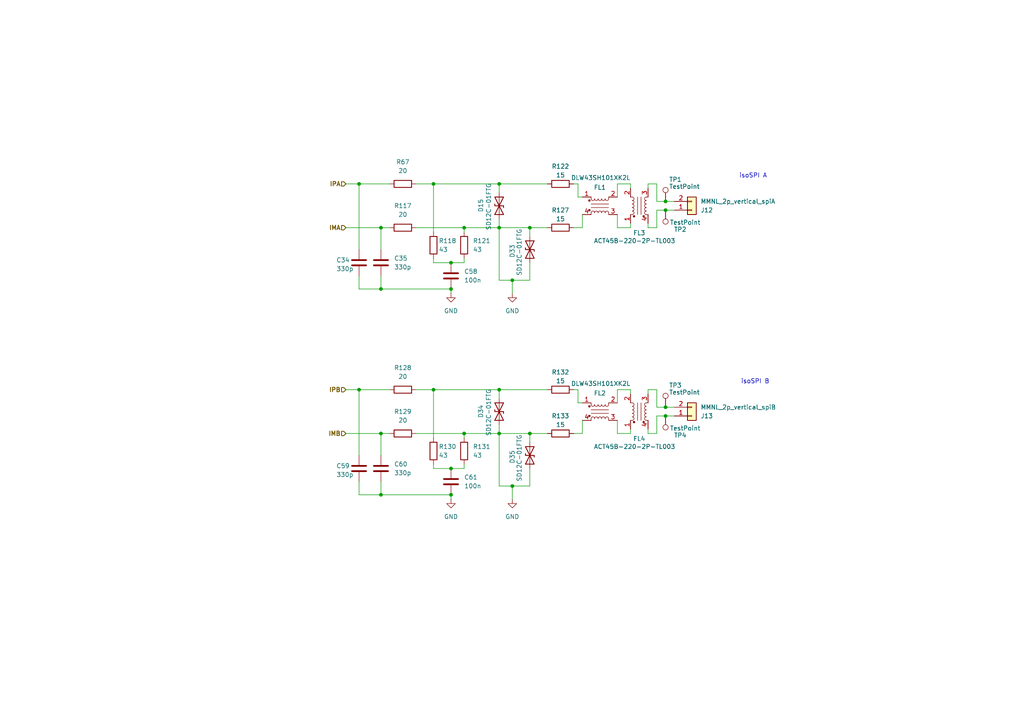
<source format=kicad_sch>
(kicad_sch
	(version 20231120)
	(generator "eeschema")
	(generator_version "8.0")
	(uuid "cc997e99-186e-4e96-b6fd-8d5d8672419b")
	(paper "A4")
	(lib_symbols
		(symbol "Connector:TestPoint"
			(pin_numbers hide)
			(pin_names
				(offset 0.762) hide)
			(exclude_from_sim no)
			(in_bom yes)
			(on_board yes)
			(property "Reference" "TP"
				(at 0 6.858 0)
				(effects
					(font
						(size 1.27 1.27)
					)
				)
			)
			(property "Value" "TestPoint"
				(at 0 5.08 0)
				(effects
					(font
						(size 1.27 1.27)
					)
				)
			)
			(property "Footprint" ""
				(at 5.08 0 0)
				(effects
					(font
						(size 1.27 1.27)
					)
					(hide yes)
				)
			)
			(property "Datasheet" "~"
				(at 5.08 0 0)
				(effects
					(font
						(size 1.27 1.27)
					)
					(hide yes)
				)
			)
			(property "Description" "test point"
				(at 0 0 0)
				(effects
					(font
						(size 1.27 1.27)
					)
					(hide yes)
				)
			)
			(property "ki_keywords" "test point tp"
				(at 0 0 0)
				(effects
					(font
						(size 1.27 1.27)
					)
					(hide yes)
				)
			)
			(property "ki_fp_filters" "Pin* Test*"
				(at 0 0 0)
				(effects
					(font
						(size 1.27 1.27)
					)
					(hide yes)
				)
			)
			(symbol "TestPoint_0_1"
				(circle
					(center 0 3.302)
					(radius 0.762)
					(stroke
						(width 0)
						(type default)
					)
					(fill
						(type none)
					)
				)
			)
			(symbol "TestPoint_1_1"
				(pin passive line
					(at 0 0 90)
					(length 2.54)
					(name "1"
						(effects
							(font
								(size 1.27 1.27)
							)
						)
					)
					(number "1"
						(effects
							(font
								(size 1.27 1.27)
							)
						)
					)
				)
			)
		)
		(symbol "Connector_Generic:Conn_01x02"
			(pin_names
				(offset 1.016) hide)
			(exclude_from_sim no)
			(in_bom yes)
			(on_board yes)
			(property "Reference" "J"
				(at 0 2.54 0)
				(effects
					(font
						(size 1.27 1.27)
					)
				)
			)
			(property "Value" "Conn_01x02"
				(at 0 -5.08 0)
				(effects
					(font
						(size 1.27 1.27)
					)
				)
			)
			(property "Footprint" ""
				(at 0 0 0)
				(effects
					(font
						(size 1.27 1.27)
					)
					(hide yes)
				)
			)
			(property "Datasheet" "~"
				(at 0 0 0)
				(effects
					(font
						(size 1.27 1.27)
					)
					(hide yes)
				)
			)
			(property "Description" "Generic connector, single row, 01x02, script generated (kicad-library-utils/schlib/autogen/connector/)"
				(at 0 0 0)
				(effects
					(font
						(size 1.27 1.27)
					)
					(hide yes)
				)
			)
			(property "ki_keywords" "connector"
				(at 0 0 0)
				(effects
					(font
						(size 1.27 1.27)
					)
					(hide yes)
				)
			)
			(property "ki_fp_filters" "Connector*:*_1x??_*"
				(at 0 0 0)
				(effects
					(font
						(size 1.27 1.27)
					)
					(hide yes)
				)
			)
			(symbol "Conn_01x02_1_1"
				(rectangle
					(start -1.27 -2.413)
					(end 0 -2.667)
					(stroke
						(width 0.1524)
						(type default)
					)
					(fill
						(type none)
					)
				)
				(rectangle
					(start -1.27 0.127)
					(end 0 -0.127)
					(stroke
						(width 0.1524)
						(type default)
					)
					(fill
						(type none)
					)
				)
				(rectangle
					(start -1.27 1.27)
					(end 1.27 -3.81)
					(stroke
						(width 0.254)
						(type default)
					)
					(fill
						(type background)
					)
				)
				(pin passive line
					(at -5.08 0 0)
					(length 3.81)
					(name "Pin_1"
						(effects
							(font
								(size 1.27 1.27)
							)
						)
					)
					(number "1"
						(effects
							(font
								(size 1.27 1.27)
							)
						)
					)
				)
				(pin passive line
					(at -5.08 -2.54 0)
					(length 3.81)
					(name "Pin_2"
						(effects
							(font
								(size 1.27 1.27)
							)
						)
					)
					(number "2"
						(effects
							(font
								(size 1.27 1.27)
							)
						)
					)
				)
			)
		)
		(symbol "Device:C"
			(pin_numbers hide)
			(pin_names
				(offset 0.254)
			)
			(exclude_from_sim no)
			(in_bom yes)
			(on_board yes)
			(property "Reference" "C"
				(at 0.635 2.54 0)
				(effects
					(font
						(size 1.27 1.27)
					)
					(justify left)
				)
			)
			(property "Value" "C"
				(at 0.635 -2.54 0)
				(effects
					(font
						(size 1.27 1.27)
					)
					(justify left)
				)
			)
			(property "Footprint" ""
				(at 0.9652 -3.81 0)
				(effects
					(font
						(size 1.27 1.27)
					)
					(hide yes)
				)
			)
			(property "Datasheet" "~"
				(at 0 0 0)
				(effects
					(font
						(size 1.27 1.27)
					)
					(hide yes)
				)
			)
			(property "Description" "Unpolarized capacitor"
				(at 0 0 0)
				(effects
					(font
						(size 1.27 1.27)
					)
					(hide yes)
				)
			)
			(property "ki_keywords" "cap capacitor"
				(at 0 0 0)
				(effects
					(font
						(size 1.27 1.27)
					)
					(hide yes)
				)
			)
			(property "ki_fp_filters" "C_*"
				(at 0 0 0)
				(effects
					(font
						(size 1.27 1.27)
					)
					(hide yes)
				)
			)
			(symbol "C_0_1"
				(polyline
					(pts
						(xy -2.032 -0.762) (xy 2.032 -0.762)
					)
					(stroke
						(width 0.508)
						(type default)
					)
					(fill
						(type none)
					)
				)
				(polyline
					(pts
						(xy -2.032 0.762) (xy 2.032 0.762)
					)
					(stroke
						(width 0.508)
						(type default)
					)
					(fill
						(type none)
					)
				)
			)
			(symbol "C_1_1"
				(pin passive line
					(at 0 3.81 270)
					(length 2.794)
					(name "~"
						(effects
							(font
								(size 1.27 1.27)
							)
						)
					)
					(number "1"
						(effects
							(font
								(size 1.27 1.27)
							)
						)
					)
				)
				(pin passive line
					(at 0 -3.81 90)
					(length 2.794)
					(name "~"
						(effects
							(font
								(size 1.27 1.27)
							)
						)
					)
					(number "2"
						(effects
							(font
								(size 1.27 1.27)
							)
						)
					)
				)
			)
		)
		(symbol "Device:D_TVS"
			(pin_numbers hide)
			(pin_names
				(offset 1.016) hide)
			(exclude_from_sim no)
			(in_bom yes)
			(on_board yes)
			(property "Reference" "D"
				(at 0 2.54 0)
				(effects
					(font
						(size 1.27 1.27)
					)
				)
			)
			(property "Value" "D_TVS"
				(at 0 -2.54 0)
				(effects
					(font
						(size 1.27 1.27)
					)
				)
			)
			(property "Footprint" ""
				(at 0 0 0)
				(effects
					(font
						(size 1.27 1.27)
					)
					(hide yes)
				)
			)
			(property "Datasheet" "~"
				(at 0 0 0)
				(effects
					(font
						(size 1.27 1.27)
					)
					(hide yes)
				)
			)
			(property "Description" "Bidirectional transient-voltage-suppression diode"
				(at 0 0 0)
				(effects
					(font
						(size 1.27 1.27)
					)
					(hide yes)
				)
			)
			(property "ki_keywords" "diode TVS thyrector"
				(at 0 0 0)
				(effects
					(font
						(size 1.27 1.27)
					)
					(hide yes)
				)
			)
			(property "ki_fp_filters" "TO-???* *_Diode_* *SingleDiode* D_*"
				(at 0 0 0)
				(effects
					(font
						(size 1.27 1.27)
					)
					(hide yes)
				)
			)
			(symbol "D_TVS_0_1"
				(polyline
					(pts
						(xy 1.27 0) (xy -1.27 0)
					)
					(stroke
						(width 0)
						(type default)
					)
					(fill
						(type none)
					)
				)
				(polyline
					(pts
						(xy 0.508 1.27) (xy 0 1.27) (xy 0 -1.27) (xy -0.508 -1.27)
					)
					(stroke
						(width 0.254)
						(type default)
					)
					(fill
						(type none)
					)
				)
				(polyline
					(pts
						(xy -2.54 1.27) (xy -2.54 -1.27) (xy 2.54 1.27) (xy 2.54 -1.27) (xy -2.54 1.27)
					)
					(stroke
						(width 0.254)
						(type default)
					)
					(fill
						(type none)
					)
				)
			)
			(symbol "D_TVS_1_1"
				(pin passive line
					(at -3.81 0 0)
					(length 2.54)
					(name "A1"
						(effects
							(font
								(size 1.27 1.27)
							)
						)
					)
					(number "1"
						(effects
							(font
								(size 1.27 1.27)
							)
						)
					)
				)
				(pin passive line
					(at 3.81 0 180)
					(length 2.54)
					(name "A2"
						(effects
							(font
								(size 1.27 1.27)
							)
						)
					)
					(number "2"
						(effects
							(font
								(size 1.27 1.27)
							)
						)
					)
				)
			)
		)
		(symbol "Device:R"
			(pin_numbers hide)
			(pin_names
				(offset 0)
			)
			(exclude_from_sim no)
			(in_bom yes)
			(on_board yes)
			(property "Reference" "R"
				(at 2.032 0 90)
				(effects
					(font
						(size 1.27 1.27)
					)
				)
			)
			(property "Value" "R"
				(at 0 0 90)
				(effects
					(font
						(size 1.27 1.27)
					)
				)
			)
			(property "Footprint" ""
				(at -1.778 0 90)
				(effects
					(font
						(size 1.27 1.27)
					)
					(hide yes)
				)
			)
			(property "Datasheet" "~"
				(at 0 0 0)
				(effects
					(font
						(size 1.27 1.27)
					)
					(hide yes)
				)
			)
			(property "Description" "Resistor"
				(at 0 0 0)
				(effects
					(font
						(size 1.27 1.27)
					)
					(hide yes)
				)
			)
			(property "ki_keywords" "R res resistor"
				(at 0 0 0)
				(effects
					(font
						(size 1.27 1.27)
					)
					(hide yes)
				)
			)
			(property "ki_fp_filters" "R_*"
				(at 0 0 0)
				(effects
					(font
						(size 1.27 1.27)
					)
					(hide yes)
				)
			)
			(symbol "R_0_1"
				(rectangle
					(start -1.016 -2.54)
					(end 1.016 2.54)
					(stroke
						(width 0.254)
						(type default)
					)
					(fill
						(type none)
					)
				)
			)
			(symbol "R_1_1"
				(pin passive line
					(at 0 3.81 270)
					(length 1.27)
					(name "~"
						(effects
							(font
								(size 1.27 1.27)
							)
						)
					)
					(number "1"
						(effects
							(font
								(size 1.27 1.27)
							)
						)
					)
				)
				(pin passive line
					(at 0 -3.81 90)
					(length 1.27)
					(name "~"
						(effects
							(font
								(size 1.27 1.27)
							)
						)
					)
					(number "2"
						(effects
							(font
								(size 1.27 1.27)
							)
						)
					)
				)
			)
		)
		(symbol "Filter:Choke_Coilcraft_0603USB-222"
			(pin_names
				(offset 0.254) hide)
			(exclude_from_sim no)
			(in_bom yes)
			(on_board yes)
			(property "Reference" "FL"
				(at 0 4.445 0)
				(effects
					(font
						(size 1.27 1.27)
					)
				)
			)
			(property "Value" "Choke_Coilcraft_0603USB-222"
				(at 0 -4.445 0)
				(effects
					(font
						(size 1.27 1.27)
					)
				)
			)
			(property "Footprint" "Inductor_SMD:L_CommonModeChoke_Coilcraft_0603USB"
				(at 0 -6.35 0)
				(effects
					(font
						(size 1.27 1.27)
					)
					(hide yes)
				)
			)
			(property "Datasheet" "https://www.coilcraft.com/pdfs/0603usb.pdf"
				(at 0 -8.255 0)
				(effects
					(font
						(size 1.27 1.27)
					)
					(hide yes)
				)
			)
			(property "Description" "Common mode choke, 500mA, 250VAC, 150nH, 209mohm, 0.96Ghz, "
				(at 0 0 0)
				(effects
					(font
						(size 1.27 1.27)
					)
					(hide yes)
				)
			)
			(property "ki_keywords" "common-mode common mode choke signal line filter"
				(at 0 0 0)
				(effects
					(font
						(size 1.27 1.27)
					)
					(hide yes)
				)
			)
			(property "ki_fp_filters" "L*CommonModeChoke*Coilcraft*0603USB*"
				(at 0 0 0)
				(effects
					(font
						(size 1.27 1.27)
					)
					(hide yes)
				)
			)
			(symbol "Choke_Coilcraft_0603USB-222_0_1"
				(circle
					(center -3.048 -1.27)
					(radius 0.254)
					(stroke
						(width 0)
						(type default)
					)
					(fill
						(type outline)
					)
				)
				(circle
					(center -3.048 1.524)
					(radius 0.254)
					(stroke
						(width 0)
						(type default)
					)
					(fill
						(type outline)
					)
				)
				(arc
					(start -2.54 2.032)
					(mid -2.032 1.5262)
					(end -1.524 2.032)
					(stroke
						(width 0)
						(type default)
					)
					(fill
						(type none)
					)
				)
				(arc
					(start -1.524 -2.032)
					(mid -2.032 -1.5262)
					(end -2.54 -2.032)
					(stroke
						(width 0)
						(type default)
					)
					(fill
						(type none)
					)
				)
				(arc
					(start -1.524 2.032)
					(mid -1.016 1.5262)
					(end -0.508 2.032)
					(stroke
						(width 0)
						(type default)
					)
					(fill
						(type none)
					)
				)
				(arc
					(start -0.508 -2.032)
					(mid -1.016 -1.5262)
					(end -1.524 -2.032)
					(stroke
						(width 0)
						(type default)
					)
					(fill
						(type none)
					)
				)
				(arc
					(start -0.508 2.032)
					(mid 0 1.5262)
					(end 0.508 2.032)
					(stroke
						(width 0)
						(type default)
					)
					(fill
						(type none)
					)
				)
				(polyline
					(pts
						(xy -2.54 -2.032) (xy -2.54 -2.54)
					)
					(stroke
						(width 0)
						(type default)
					)
					(fill
						(type none)
					)
				)
				(polyline
					(pts
						(xy -2.54 0.508) (xy 2.54 0.508)
					)
					(stroke
						(width 0)
						(type default)
					)
					(fill
						(type none)
					)
				)
				(polyline
					(pts
						(xy -2.54 2.032) (xy -2.54 2.54)
					)
					(stroke
						(width 0)
						(type default)
					)
					(fill
						(type none)
					)
				)
				(polyline
					(pts
						(xy 2.54 -2.032) (xy 2.54 -2.54)
					)
					(stroke
						(width 0)
						(type default)
					)
					(fill
						(type none)
					)
				)
				(polyline
					(pts
						(xy 2.54 -0.508) (xy -2.54 -0.508)
					)
					(stroke
						(width 0)
						(type default)
					)
					(fill
						(type none)
					)
				)
				(polyline
					(pts
						(xy 2.54 2.54) (xy 2.54 2.032)
					)
					(stroke
						(width 0)
						(type default)
					)
					(fill
						(type none)
					)
				)
				(arc
					(start 0.508 -2.032)
					(mid 0 -1.5262)
					(end -0.508 -2.032)
					(stroke
						(width 0)
						(type default)
					)
					(fill
						(type none)
					)
				)
				(arc
					(start 0.508 2.032)
					(mid 1.016 1.5262)
					(end 1.524 2.032)
					(stroke
						(width 0)
						(type default)
					)
					(fill
						(type none)
					)
				)
				(arc
					(start 1.524 -2.032)
					(mid 1.016 -1.5262)
					(end 0.508 -2.032)
					(stroke
						(width 0)
						(type default)
					)
					(fill
						(type none)
					)
				)
				(arc
					(start 1.524 2.032)
					(mid 2.032 1.5262)
					(end 2.54 2.032)
					(stroke
						(width 0)
						(type default)
					)
					(fill
						(type none)
					)
				)
				(arc
					(start 2.54 -2.032)
					(mid 2.032 -1.5262)
					(end 1.524 -2.032)
					(stroke
						(width 0)
						(type default)
					)
					(fill
						(type none)
					)
				)
			)
			(symbol "Choke_Coilcraft_0603USB-222_1_1"
				(pin passive line
					(at -5.08 2.54 0)
					(length 2.54)
					(name "1"
						(effects
							(font
								(size 1.27 1.27)
							)
						)
					)
					(number "1"
						(effects
							(font
								(size 1.27 1.27)
							)
						)
					)
				)
				(pin passive line
					(at 5.08 2.54 180)
					(length 2.54)
					(name "2"
						(effects
							(font
								(size 1.27 1.27)
							)
						)
					)
					(number "2"
						(effects
							(font
								(size 1.27 1.27)
							)
						)
					)
				)
				(pin passive line
					(at 5.08 -2.54 180)
					(length 2.54)
					(name "3"
						(effects
							(font
								(size 1.27 1.27)
							)
						)
					)
					(number "3"
						(effects
							(font
								(size 1.27 1.27)
							)
						)
					)
				)
				(pin passive line
					(at -5.08 -2.54 0)
					(length 2.54)
					(name "4"
						(effects
							(font
								(size 1.27 1.27)
							)
						)
					)
					(number "4"
						(effects
							(font
								(size 1.27 1.27)
							)
						)
					)
				)
			)
		)
		(symbol "power:GND"
			(power)
			(pin_numbers hide)
			(pin_names
				(offset 0) hide)
			(exclude_from_sim no)
			(in_bom yes)
			(on_board yes)
			(property "Reference" "#PWR"
				(at 0 -6.35 0)
				(effects
					(font
						(size 1.27 1.27)
					)
					(hide yes)
				)
			)
			(property "Value" "GND"
				(at 0 -3.81 0)
				(effects
					(font
						(size 1.27 1.27)
					)
				)
			)
			(property "Footprint" ""
				(at 0 0 0)
				(effects
					(font
						(size 1.27 1.27)
					)
					(hide yes)
				)
			)
			(property "Datasheet" ""
				(at 0 0 0)
				(effects
					(font
						(size 1.27 1.27)
					)
					(hide yes)
				)
			)
			(property "Description" "Power symbol creates a global label with name \"GND\" , ground"
				(at 0 0 0)
				(effects
					(font
						(size 1.27 1.27)
					)
					(hide yes)
				)
			)
			(property "ki_keywords" "global power"
				(at 0 0 0)
				(effects
					(font
						(size 1.27 1.27)
					)
					(hide yes)
				)
			)
			(symbol "GND_0_1"
				(polyline
					(pts
						(xy 0 0) (xy 0 -1.27) (xy 1.27 -1.27) (xy 0 -2.54) (xy -1.27 -1.27) (xy 0 -1.27)
					)
					(stroke
						(width 0)
						(type default)
					)
					(fill
						(type none)
					)
				)
			)
			(symbol "GND_1_1"
				(pin power_in line
					(at 0 0 270)
					(length 0)
					(name "~"
						(effects
							(font
								(size 1.27 1.27)
							)
						)
					)
					(number "1"
						(effects
							(font
								(size 1.27 1.27)
							)
						)
					)
				)
			)
		)
	)
	(junction
		(at 153.67 125.73)
		(diameter 0)
		(color 0 0 0 0)
		(uuid "01183f8a-1e4b-4f9c-b82e-dc570b395bc9")
	)
	(junction
		(at 125.73 113.03)
		(diameter 0)
		(color 0 0 0 0)
		(uuid "0aee2266-1ee0-435b-99ab-209fda24ce6f")
	)
	(junction
		(at 130.81 135.89)
		(diameter 0)
		(color 0 0 0 0)
		(uuid "0b43cb52-6b59-4d07-bb39-52d42efea2a4")
	)
	(junction
		(at 144.78 53.34)
		(diameter 0)
		(color 0 0 0 0)
		(uuid "16849498-73cb-4d60-8cda-784e57847e86")
	)
	(junction
		(at 134.62 125.73)
		(diameter 0)
		(color 0 0 0 0)
		(uuid "261f1fb1-79c8-4d48-90f7-81c699a437e8")
	)
	(junction
		(at 125.73 53.34)
		(diameter 0)
		(color 0 0 0 0)
		(uuid "2a20125c-c321-48f8-b44e-3988e503e198")
	)
	(junction
		(at 144.78 66.04)
		(diameter 0)
		(color 0 0 0 0)
		(uuid "35de480c-1ea3-418e-858c-bcd423f195ae")
	)
	(junction
		(at 134.62 66.04)
		(diameter 0)
		(color 0 0 0 0)
		(uuid "3b517f86-5ad6-4b30-bb01-49b6d492cf9c")
	)
	(junction
		(at 148.59 81.28)
		(diameter 0)
		(color 0 0 0 0)
		(uuid "3c8e5238-16b2-4bed-8e21-054959c494ec")
	)
	(junction
		(at 148.59 140.97)
		(diameter 0)
		(color 0 0 0 0)
		(uuid "41d63814-442e-4eda-b8c7-71ebc3663179")
	)
	(junction
		(at 144.78 113.03)
		(diameter 0)
		(color 0 0 0 0)
		(uuid "52c62b19-830a-4953-b16b-cfcb0d6b9962")
	)
	(junction
		(at 110.49 143.51)
		(diameter 0)
		(color 0 0 0 0)
		(uuid "5d98fc4a-e376-411f-bb72-2038f13a1e67")
	)
	(junction
		(at 130.81 76.2)
		(diameter 0)
		(color 0 0 0 0)
		(uuid "68ad2d62-3be5-4a54-9f19-2399902fa070")
	)
	(junction
		(at 193.04 118.11)
		(diameter 0)
		(color 0 0 0 0)
		(uuid "75b019ad-4370-42a8-9ba8-ed9cf56e2f21")
	)
	(junction
		(at 110.49 83.82)
		(diameter 0)
		(color 0 0 0 0)
		(uuid "765b8e2c-7892-430c-93ff-aa21c03968df")
	)
	(junction
		(at 110.49 125.73)
		(diameter 0)
		(color 0 0 0 0)
		(uuid "89e50e36-82f3-4d7d-a4aa-a35c17bc6a70")
	)
	(junction
		(at 104.14 113.03)
		(diameter 0)
		(color 0 0 0 0)
		(uuid "9143c996-48f2-4a9c-8b34-dd5924e0f123")
	)
	(junction
		(at 193.04 120.65)
		(diameter 0)
		(color 0 0 0 0)
		(uuid "a09abcaa-ee14-4806-891e-38b530c8955e")
	)
	(junction
		(at 110.49 66.04)
		(diameter 0)
		(color 0 0 0 0)
		(uuid "a89d20ae-22a4-4c70-95b7-f35770796082")
	)
	(junction
		(at 104.14 53.34)
		(diameter 0)
		(color 0 0 0 0)
		(uuid "a8e19d03-4413-4599-ab2b-eda64a944fd2")
	)
	(junction
		(at 144.78 125.73)
		(diameter 0)
		(color 0 0 0 0)
		(uuid "ac8c1d8f-be66-4853-8dd1-4ad25d5acc46")
	)
	(junction
		(at 193.04 58.42)
		(diameter 0)
		(color 0 0 0 0)
		(uuid "c73e571a-8882-40bf-8801-37b728f7568c")
	)
	(junction
		(at 130.81 83.82)
		(diameter 0)
		(color 0 0 0 0)
		(uuid "d954a7f2-89e9-4d9b-8b3d-3c9b09e53775")
	)
	(junction
		(at 153.67 66.04)
		(diameter 0)
		(color 0 0 0 0)
		(uuid "e265b3c2-1f26-4628-9af9-9ee896d1942c")
	)
	(junction
		(at 193.04 60.96)
		(diameter 0)
		(color 0 0 0 0)
		(uuid "ee791069-e5ab-4065-a316-0a86c990c119")
	)
	(junction
		(at 130.81 143.51)
		(diameter 0)
		(color 0 0 0 0)
		(uuid "f73c40ae-53a9-4b64-a252-1e0899a4483e")
	)
	(wire
		(pts
			(xy 104.14 113.03) (xy 113.03 113.03)
		)
		(stroke
			(width 0)
			(type default)
		)
		(uuid "0565c931-c0f9-466d-94bc-782bb9e90050")
	)
	(wire
		(pts
			(xy 104.14 139.7) (xy 104.14 143.51)
		)
		(stroke
			(width 0)
			(type default)
		)
		(uuid "0df56b57-53ff-458e-a7f9-40507343abc6")
	)
	(wire
		(pts
			(xy 167.64 113.03) (xy 167.64 116.84)
		)
		(stroke
			(width 0)
			(type default)
		)
		(uuid "0e5a8d8b-a111-4c02-8823-bbd44add785a")
	)
	(wire
		(pts
			(xy 110.49 80.01) (xy 110.49 83.82)
		)
		(stroke
			(width 0)
			(type default)
		)
		(uuid "131978a5-406e-4bd9-8cda-67cc620ad33c")
	)
	(wire
		(pts
			(xy 120.65 66.04) (xy 134.62 66.04)
		)
		(stroke
			(width 0)
			(type default)
		)
		(uuid "13d13389-b355-4549-ae0d-ef4b9cf92d09")
	)
	(wire
		(pts
			(xy 190.5 58.42) (xy 193.04 58.42)
		)
		(stroke
			(width 0)
			(type default)
		)
		(uuid "13d26b6b-eb45-420d-9875-5581d4d95311")
	)
	(wire
		(pts
			(xy 193.04 60.96) (xy 195.58 60.96)
		)
		(stroke
			(width 0)
			(type default)
		)
		(uuid "15a02b9a-d887-4d81-b92b-afa8a8c44678")
	)
	(wire
		(pts
			(xy 134.62 134.62) (xy 134.62 135.89)
		)
		(stroke
			(width 0)
			(type default)
		)
		(uuid "17c15ff6-9808-42f8-a4dd-c2998ada0920")
	)
	(wire
		(pts
			(xy 130.81 143.51) (xy 130.81 144.78)
		)
		(stroke
			(width 0)
			(type default)
		)
		(uuid "18d12258-3620-48b1-8485-5c608696f8ea")
	)
	(wire
		(pts
			(xy 190.5 118.11) (xy 193.04 118.11)
		)
		(stroke
			(width 0)
			(type default)
		)
		(uuid "19ea8a2d-a0f5-4e3b-b398-b26cbdfae7b0")
	)
	(wire
		(pts
			(xy 167.64 116.84) (xy 168.91 116.84)
		)
		(stroke
			(width 0)
			(type default)
		)
		(uuid "1a06fc4d-afb0-408d-8c8a-c67a787daece")
	)
	(wire
		(pts
			(xy 104.14 53.34) (xy 104.14 72.39)
		)
		(stroke
			(width 0)
			(type default)
		)
		(uuid "1f2f4073-1ed2-401d-bfdd-89e0cbe2c4d6")
	)
	(wire
		(pts
			(xy 110.49 66.04) (xy 110.49 72.39)
		)
		(stroke
			(width 0)
			(type default)
		)
		(uuid "20b3f746-6c71-4810-adf8-12af40f89a01")
	)
	(wire
		(pts
			(xy 182.88 53.34) (xy 182.88 54.61)
		)
		(stroke
			(width 0)
			(type default)
		)
		(uuid "21a9f667-12fb-4f0f-bec6-e88a06cb05a7")
	)
	(wire
		(pts
			(xy 125.73 76.2) (xy 125.73 74.93)
		)
		(stroke
			(width 0)
			(type default)
		)
		(uuid "263db505-8108-4a7f-add9-b16d51e43236")
	)
	(wire
		(pts
			(xy 144.78 81.28) (xy 144.78 66.04)
		)
		(stroke
			(width 0)
			(type default)
		)
		(uuid "2878b128-352c-4878-9278-c2f4a238750d")
	)
	(wire
		(pts
			(xy 134.62 76.2) (xy 130.81 76.2)
		)
		(stroke
			(width 0)
			(type default)
		)
		(uuid "2a301240-f26b-4950-bcec-e6412674688a")
	)
	(wire
		(pts
			(xy 182.88 66.04) (xy 182.88 64.77)
		)
		(stroke
			(width 0)
			(type default)
		)
		(uuid "2c546921-2ade-4803-9f2d-5d7638e01ffb")
	)
	(wire
		(pts
			(xy 179.07 66.04) (xy 179.07 62.23)
		)
		(stroke
			(width 0)
			(type default)
		)
		(uuid "2c55f13c-b9de-4f7c-9be4-6c711c4735ff")
	)
	(wire
		(pts
			(xy 130.81 135.89) (xy 125.73 135.89)
		)
		(stroke
			(width 0)
			(type default)
		)
		(uuid "2cce578f-d5b2-4862-abf3-70360e2cabf0")
	)
	(wire
		(pts
			(xy 168.91 62.23) (xy 168.91 66.04)
		)
		(stroke
			(width 0)
			(type default)
		)
		(uuid "31c33949-aae5-45e0-8006-0a61d8da9694")
	)
	(wire
		(pts
			(xy 125.73 53.34) (xy 144.78 53.34)
		)
		(stroke
			(width 0)
			(type default)
		)
		(uuid "36cdd6ac-0a35-4adf-a5a3-1345cf1f1e53")
	)
	(wire
		(pts
			(xy 190.5 58.42) (xy 190.5 53.34)
		)
		(stroke
			(width 0)
			(type default)
		)
		(uuid "38288ebd-4630-4d10-9075-6c33778842e1")
	)
	(wire
		(pts
			(xy 179.07 66.04) (xy 182.88 66.04)
		)
		(stroke
			(width 0)
			(type default)
		)
		(uuid "3c119e1b-9ad0-436a-a4ca-6ee8bef9e2d3")
	)
	(wire
		(pts
			(xy 125.73 135.89) (xy 125.73 134.62)
		)
		(stroke
			(width 0)
			(type default)
		)
		(uuid "415c5496-1c97-49cc-9663-d2338d1c4eca")
	)
	(wire
		(pts
			(xy 120.65 113.03) (xy 125.73 113.03)
		)
		(stroke
			(width 0)
			(type default)
		)
		(uuid "42c66a14-d781-44e1-a3ca-2bc7fe2bfb41")
	)
	(wire
		(pts
			(xy 148.59 140.97) (xy 153.67 140.97)
		)
		(stroke
			(width 0)
			(type default)
		)
		(uuid "4949d58d-7b61-4018-9ab2-9db5506cadad")
	)
	(wire
		(pts
			(xy 144.78 81.28) (xy 148.59 81.28)
		)
		(stroke
			(width 0)
			(type default)
		)
		(uuid "526f5610-f661-4139-b05e-9dc1195bf186")
	)
	(wire
		(pts
			(xy 190.5 53.34) (xy 187.96 53.34)
		)
		(stroke
			(width 0)
			(type default)
		)
		(uuid "55abcf85-bf08-4d8a-b086-9597600c0f04")
	)
	(wire
		(pts
			(xy 190.5 60.96) (xy 190.5 66.04)
		)
		(stroke
			(width 0)
			(type default)
		)
		(uuid "5972f4eb-6df6-4e01-841f-879bf9d8b69c")
	)
	(wire
		(pts
			(xy 167.64 53.34) (xy 167.64 57.15)
		)
		(stroke
			(width 0)
			(type default)
		)
		(uuid "5c066255-002d-4bda-82d7-ed88921a71b3")
	)
	(wire
		(pts
			(xy 144.78 140.97) (xy 148.59 140.97)
		)
		(stroke
			(width 0)
			(type default)
		)
		(uuid "5d164f3a-6598-4551-bcb2-a80c2562a107")
	)
	(wire
		(pts
			(xy 153.67 76.2) (xy 153.67 81.28)
		)
		(stroke
			(width 0)
			(type default)
		)
		(uuid "5d9d89fd-7a7d-48be-a0c7-a9fe05db6191")
	)
	(wire
		(pts
			(xy 110.49 143.51) (xy 130.81 143.51)
		)
		(stroke
			(width 0)
			(type default)
		)
		(uuid "5ee3058b-52e3-427c-b405-0973ebd3bdc6")
	)
	(wire
		(pts
			(xy 104.14 80.01) (xy 104.14 83.82)
		)
		(stroke
			(width 0)
			(type default)
		)
		(uuid "5f94fed7-41f2-4ff6-aa7b-a4e6e4896789")
	)
	(wire
		(pts
			(xy 166.37 113.03) (xy 167.64 113.03)
		)
		(stroke
			(width 0)
			(type default)
		)
		(uuid "60e454aa-b1c5-49f6-91d2-703e0e7d9e07")
	)
	(wire
		(pts
			(xy 130.81 83.82) (xy 130.81 85.09)
		)
		(stroke
			(width 0)
			(type default)
		)
		(uuid "6325c8c1-0a60-4819-ad6a-5635af30f80a")
	)
	(wire
		(pts
			(xy 130.81 76.2) (xy 125.73 76.2)
		)
		(stroke
			(width 0)
			(type default)
		)
		(uuid "6b447ebf-f804-49b0-881e-f34a74957d39")
	)
	(wire
		(pts
			(xy 168.91 121.92) (xy 168.91 125.73)
		)
		(stroke
			(width 0)
			(type default)
		)
		(uuid "6e5effcc-4755-4c29-babc-68132753bd99")
	)
	(wire
		(pts
			(xy 167.64 57.15) (xy 168.91 57.15)
		)
		(stroke
			(width 0)
			(type default)
		)
		(uuid "6fe45814-ab0c-4abd-b890-26294abfc73b")
	)
	(wire
		(pts
			(xy 110.49 125.73) (xy 113.03 125.73)
		)
		(stroke
			(width 0)
			(type default)
		)
		(uuid "7060ab41-82ab-4907-b814-451502cb4f6a")
	)
	(wire
		(pts
			(xy 166.37 53.34) (xy 167.64 53.34)
		)
		(stroke
			(width 0)
			(type default)
		)
		(uuid "711603bd-1693-4ccc-a5a3-4c47eed310a6")
	)
	(wire
		(pts
			(xy 179.07 125.73) (xy 179.07 121.92)
		)
		(stroke
			(width 0)
			(type default)
		)
		(uuid "732be2ee-a15a-4b69-9420-a00f9fcc5dae")
	)
	(wire
		(pts
			(xy 193.04 118.11) (xy 195.58 118.11)
		)
		(stroke
			(width 0)
			(type default)
		)
		(uuid "7378b1d6-965f-44e7-9946-d04c28f972d1")
	)
	(wire
		(pts
			(xy 187.96 125.73) (xy 187.96 124.46)
		)
		(stroke
			(width 0)
			(type default)
		)
		(uuid "747270b2-538f-4bfe-a361-02ae93e58734")
	)
	(wire
		(pts
			(xy 144.78 66.04) (xy 153.67 66.04)
		)
		(stroke
			(width 0)
			(type default)
		)
		(uuid "790e3676-2ad1-472c-9dc2-3f5d95e73f9c")
	)
	(wire
		(pts
			(xy 144.78 140.97) (xy 144.78 125.73)
		)
		(stroke
			(width 0)
			(type default)
		)
		(uuid "79f0daee-7160-4c27-b4b8-a9fd4eb39b88")
	)
	(wire
		(pts
			(xy 153.67 66.04) (xy 153.67 68.58)
		)
		(stroke
			(width 0)
			(type default)
		)
		(uuid "7b28fa0b-17d4-4839-b46c-10c61f35bbfe")
	)
	(wire
		(pts
			(xy 134.62 135.89) (xy 130.81 135.89)
		)
		(stroke
			(width 0)
			(type default)
		)
		(uuid "7b52a9a9-21f6-4d0d-944c-4bc6f9b20c10")
	)
	(wire
		(pts
			(xy 179.07 113.03) (xy 182.88 113.03)
		)
		(stroke
			(width 0)
			(type default)
		)
		(uuid "7d52924e-8bf1-41f3-a88b-e54eead982dc")
	)
	(wire
		(pts
			(xy 110.49 66.04) (xy 113.03 66.04)
		)
		(stroke
			(width 0)
			(type default)
		)
		(uuid "82c3628f-f46b-45dd-b14a-88e4215f50f3")
	)
	(wire
		(pts
			(xy 104.14 143.51) (xy 110.49 143.51)
		)
		(stroke
			(width 0)
			(type default)
		)
		(uuid "859d7ef8-3236-40d2-bd07-af5bf012c438")
	)
	(wire
		(pts
			(xy 120.65 125.73) (xy 134.62 125.73)
		)
		(stroke
			(width 0)
			(type default)
		)
		(uuid "87909c03-0d46-4405-8890-be98ee081399")
	)
	(wire
		(pts
			(xy 134.62 125.73) (xy 134.62 127)
		)
		(stroke
			(width 0)
			(type default)
		)
		(uuid "882548b3-e7b1-4c68-91f1-15e1ceb8f6ea")
	)
	(wire
		(pts
			(xy 168.91 125.73) (xy 166.37 125.73)
		)
		(stroke
			(width 0)
			(type default)
		)
		(uuid "97963dfe-3e02-4ed2-a469-e5b1aa4347ff")
	)
	(wire
		(pts
			(xy 100.33 125.73) (xy 110.49 125.73)
		)
		(stroke
			(width 0)
			(type default)
		)
		(uuid "989225f2-8496-4347-87ed-4e6cf8180b25")
	)
	(wire
		(pts
			(xy 134.62 74.93) (xy 134.62 76.2)
		)
		(stroke
			(width 0)
			(type default)
		)
		(uuid "98ee242f-cef8-465b-b16c-efe3e1fa21d1")
	)
	(wire
		(pts
			(xy 190.5 120.65) (xy 190.5 125.73)
		)
		(stroke
			(width 0)
			(type default)
		)
		(uuid "99117fc3-f64e-4d15-b2c9-5eae6803b78c")
	)
	(wire
		(pts
			(xy 190.5 66.04) (xy 187.96 66.04)
		)
		(stroke
			(width 0)
			(type default)
		)
		(uuid "9b244fd4-2670-443b-a457-71cc2d9f9962")
	)
	(wire
		(pts
			(xy 100.33 113.03) (xy 104.14 113.03)
		)
		(stroke
			(width 0)
			(type default)
		)
		(uuid "9c6464b5-3f30-4127-9e0d-66412fe04eb0")
	)
	(wire
		(pts
			(xy 144.78 113.03) (xy 158.75 113.03)
		)
		(stroke
			(width 0)
			(type default)
		)
		(uuid "9ff41563-c491-4c32-bd3b-58318558d239")
	)
	(wire
		(pts
			(xy 190.5 60.96) (xy 193.04 60.96)
		)
		(stroke
			(width 0)
			(type default)
		)
		(uuid "a6f8303d-305d-45e4-a7e1-4337e0b1beaf")
	)
	(wire
		(pts
			(xy 134.62 66.04) (xy 144.78 66.04)
		)
		(stroke
			(width 0)
			(type default)
		)
		(uuid "a86ddb4f-7f4c-472e-a8d2-f715863070b0")
	)
	(wire
		(pts
			(xy 125.73 113.03) (xy 125.73 127)
		)
		(stroke
			(width 0)
			(type default)
		)
		(uuid "aa509a6b-82c5-433d-8a65-bdf860d0a7f6")
	)
	(wire
		(pts
			(xy 104.14 83.82) (xy 110.49 83.82)
		)
		(stroke
			(width 0)
			(type default)
		)
		(uuid "acfe9f3b-5a86-4055-88fd-38342f07f5cd")
	)
	(wire
		(pts
			(xy 190.5 118.11) (xy 190.5 113.03)
		)
		(stroke
			(width 0)
			(type default)
		)
		(uuid "af2bbf75-1669-4bba-ac58-65eb5602befd")
	)
	(wire
		(pts
			(xy 153.67 135.89) (xy 153.67 140.97)
		)
		(stroke
			(width 0)
			(type default)
		)
		(uuid "b18d8ca9-758d-46d6-b76e-a59642fd13a7")
	)
	(wire
		(pts
			(xy 179.07 53.34) (xy 179.07 57.15)
		)
		(stroke
			(width 0)
			(type default)
		)
		(uuid "b3c8affe-c9f4-4aa9-8c23-0917d6b92cad")
	)
	(wire
		(pts
			(xy 120.65 53.34) (xy 125.73 53.34)
		)
		(stroke
			(width 0)
			(type default)
		)
		(uuid "b41ff4b5-0659-4438-8f87-22cb88df76a1")
	)
	(wire
		(pts
			(xy 187.96 66.04) (xy 187.96 64.77)
		)
		(stroke
			(width 0)
			(type default)
		)
		(uuid "b63d1a5c-9181-433d-86f2-f311e878efc3")
	)
	(wire
		(pts
			(xy 179.07 113.03) (xy 179.07 116.84)
		)
		(stroke
			(width 0)
			(type default)
		)
		(uuid "b8a604ac-29b2-41cc-bd51-47816fcd7512")
	)
	(wire
		(pts
			(xy 125.73 53.34) (xy 125.73 67.31)
		)
		(stroke
			(width 0)
			(type default)
		)
		(uuid "ba3bda8e-6186-4fdc-9ac1-5579bf324af1")
	)
	(wire
		(pts
			(xy 125.73 113.03) (xy 144.78 113.03)
		)
		(stroke
			(width 0)
			(type default)
		)
		(uuid "bd663345-6a33-4c53-bc78-b7b34bd83c56")
	)
	(wire
		(pts
			(xy 187.96 113.03) (xy 187.96 114.3)
		)
		(stroke
			(width 0)
			(type default)
		)
		(uuid "bdb4eafe-3aa7-43bf-b504-0d1dd48bec5a")
	)
	(wire
		(pts
			(xy 179.07 53.34) (xy 182.88 53.34)
		)
		(stroke
			(width 0)
			(type default)
		)
		(uuid "bdfe1517-7bdf-4232-8716-92493f1394ab")
	)
	(wire
		(pts
			(xy 153.67 125.73) (xy 153.67 128.27)
		)
		(stroke
			(width 0)
			(type default)
		)
		(uuid "c2d96053-d5eb-4397-9c27-34c44f78cde1")
	)
	(wire
		(pts
			(xy 168.91 66.04) (xy 166.37 66.04)
		)
		(stroke
			(width 0)
			(type default)
		)
		(uuid "c6045578-662d-49ab-bbbd-6163239abaa7")
	)
	(wire
		(pts
			(xy 182.88 125.73) (xy 182.88 124.46)
		)
		(stroke
			(width 0)
			(type default)
		)
		(uuid "c61e0019-c3d7-427f-9a0d-70b8d2a946f1")
	)
	(wire
		(pts
			(xy 148.59 140.97) (xy 148.59 144.78)
		)
		(stroke
			(width 0)
			(type default)
		)
		(uuid "c9127632-05e8-4233-aa81-26abfabd0be6")
	)
	(wire
		(pts
			(xy 190.5 125.73) (xy 187.96 125.73)
		)
		(stroke
			(width 0)
			(type default)
		)
		(uuid "c92180ca-5d52-4f40-a499-aa35c4bbaec5")
	)
	(wire
		(pts
			(xy 110.49 125.73) (xy 110.49 132.08)
		)
		(stroke
			(width 0)
			(type default)
		)
		(uuid "cb8d91e1-e0aa-41f6-9bf2-37a432544fb2")
	)
	(wire
		(pts
			(xy 190.5 120.65) (xy 193.04 120.65)
		)
		(stroke
			(width 0)
			(type default)
		)
		(uuid "d42c2df4-208c-4835-9176-7437c1e76609")
	)
	(wire
		(pts
			(xy 148.59 81.28) (xy 148.59 85.09)
		)
		(stroke
			(width 0)
			(type default)
		)
		(uuid "d48c668c-c34a-4da8-bb0b-c2770d8d7560")
	)
	(wire
		(pts
			(xy 193.04 58.42) (xy 195.58 58.42)
		)
		(stroke
			(width 0)
			(type default)
		)
		(uuid "d4cba228-bf0c-49ca-8b3b-15aa81c9bf88")
	)
	(wire
		(pts
			(xy 134.62 125.73) (xy 144.78 125.73)
		)
		(stroke
			(width 0)
			(type default)
		)
		(uuid "d624965a-55d3-4f53-90d5-f06bfae09fb3")
	)
	(wire
		(pts
			(xy 190.5 113.03) (xy 187.96 113.03)
		)
		(stroke
			(width 0)
			(type default)
		)
		(uuid "d9df4c52-3ac9-4ce6-9c91-8a215b7df9bf")
	)
	(wire
		(pts
			(xy 187.96 53.34) (xy 187.96 54.61)
		)
		(stroke
			(width 0)
			(type default)
		)
		(uuid "dcc85ffa-54ce-4da4-8082-a010f13cba52")
	)
	(wire
		(pts
			(xy 144.78 53.34) (xy 158.75 53.34)
		)
		(stroke
			(width 0)
			(type default)
		)
		(uuid "dcf3e791-af40-4d50-89ad-c566fe127d1e")
	)
	(wire
		(pts
			(xy 148.59 81.28) (xy 153.67 81.28)
		)
		(stroke
			(width 0)
			(type default)
		)
		(uuid "df6ec248-ecdf-4949-98d2-2a1cdfd95bca")
	)
	(wire
		(pts
			(xy 193.04 120.65) (xy 195.58 120.65)
		)
		(stroke
			(width 0)
			(type default)
		)
		(uuid "e1184cf9-c32e-4b12-90e6-0528188d6a56")
	)
	(wire
		(pts
			(xy 144.78 125.73) (xy 153.67 125.73)
		)
		(stroke
			(width 0)
			(type default)
		)
		(uuid "e3069b38-0a11-4630-b9dc-ea532f71e9de")
	)
	(wire
		(pts
			(xy 182.88 113.03) (xy 182.88 114.3)
		)
		(stroke
			(width 0)
			(type default)
		)
		(uuid "e308cb3d-1b7f-434e-8f02-abef9ea6f74b")
	)
	(wire
		(pts
			(xy 110.49 139.7) (xy 110.49 143.51)
		)
		(stroke
			(width 0)
			(type default)
		)
		(uuid "e41194a2-1645-46ca-b6c1-61846315885a")
	)
	(wire
		(pts
			(xy 144.78 63.5) (xy 144.78 66.04)
		)
		(stroke
			(width 0)
			(type default)
		)
		(uuid "e442d6c9-9d7a-467e-b1a4-dfffb2a2931b")
	)
	(wire
		(pts
			(xy 134.62 66.04) (xy 134.62 67.31)
		)
		(stroke
			(width 0)
			(type default)
		)
		(uuid "e4d25403-aaa6-4a6f-adf0-f3203744392b")
	)
	(wire
		(pts
			(xy 104.14 53.34) (xy 113.03 53.34)
		)
		(stroke
			(width 0)
			(type default)
		)
		(uuid "ea0d9dc5-d858-45f9-9f61-9452333e7422")
	)
	(wire
		(pts
			(xy 179.07 125.73) (xy 182.88 125.73)
		)
		(stroke
			(width 0)
			(type default)
		)
		(uuid "ea3277ca-2e2b-466f-b625-343522c3cafb")
	)
	(wire
		(pts
			(xy 153.67 66.04) (xy 158.75 66.04)
		)
		(stroke
			(width 0)
			(type default)
		)
		(uuid "f00480f7-eb91-4742-b57c-1d9e08810d3c")
	)
	(wire
		(pts
			(xy 104.14 113.03) (xy 104.14 132.08)
		)
		(stroke
			(width 0)
			(type default)
		)
		(uuid "f1e41e3c-1e23-4dfe-827a-e067d3eaefd8")
	)
	(wire
		(pts
			(xy 100.33 53.34) (xy 104.14 53.34)
		)
		(stroke
			(width 0)
			(type default)
		)
		(uuid "f6ffafec-7741-4edb-9165-1684e3d96f18")
	)
	(wire
		(pts
			(xy 144.78 123.19) (xy 144.78 125.73)
		)
		(stroke
			(width 0)
			(type default)
		)
		(uuid "f73f8ae1-311c-436d-aced-c8f150a010a6")
	)
	(wire
		(pts
			(xy 100.33 66.04) (xy 110.49 66.04)
		)
		(stroke
			(width 0)
			(type default)
		)
		(uuid "f8443d47-aa7f-4634-a073-9f669c062ce5")
	)
	(wire
		(pts
			(xy 144.78 53.34) (xy 144.78 55.88)
		)
		(stroke
			(width 0)
			(type default)
		)
		(uuid "fd22c89b-3fba-4319-99bf-a909f8971b36")
	)
	(wire
		(pts
			(xy 153.67 125.73) (xy 158.75 125.73)
		)
		(stroke
			(width 0)
			(type default)
		)
		(uuid "fd45b74e-8d17-49d6-a683-16328cbec773")
	)
	(wire
		(pts
			(xy 110.49 83.82) (xy 130.81 83.82)
		)
		(stroke
			(width 0)
			(type default)
		)
		(uuid "fd94d108-ff1d-44b6-a858-b19ebfab217a")
	)
	(wire
		(pts
			(xy 144.78 113.03) (xy 144.78 115.57)
		)
		(stroke
			(width 0)
			(type default)
		)
		(uuid "ff7ed386-6df9-4041-b38a-61e957b81fbf")
	)
	(text "isoSPI A"
		(exclude_from_sim no)
		(at 214.376 51.054 0)
		(effects
			(font
				(size 1.27 1.27)
			)
			(justify left)
		)
		(uuid "70d51d41-826f-409d-b42a-bfc9d6ec4155")
	)
	(text "isoSPI B"
		(exclude_from_sim no)
		(at 214.884 110.744 0)
		(effects
			(font
				(size 1.27 1.27)
			)
			(justify left)
		)
		(uuid "751c85b6-7048-409e-b592-771fe724bd8a")
	)
	(hierarchical_label "IMA"
		(shape input)
		(at 100.33 66.04 180)
		(fields_autoplaced yes)
		(effects
			(font
				(size 1.27 1.27)
				(bold yes)
			)
			(justify right)
		)
		(uuid "018a7dae-761b-4a0e-bd75-67fc832c12ac")
	)
	(hierarchical_label "IPA"
		(shape input)
		(at 100.33 53.34 180)
		(fields_autoplaced yes)
		(effects
			(font
				(size 1.27 1.27)
				(bold yes)
			)
			(justify right)
		)
		(uuid "6036b150-468e-450d-9ab0-ac414b1d9e69")
	)
	(hierarchical_label "IPB"
		(shape input)
		(at 100.33 113.03 180)
		(fields_autoplaced yes)
		(effects
			(font
				(size 1.27 1.27)
				(bold yes)
			)
			(justify right)
		)
		(uuid "d4505a6b-71c1-4048-ba19-df6033f2e9f8")
	)
	(hierarchical_label "IMB"
		(shape input)
		(at 100.33 125.73 180)
		(fields_autoplaced yes)
		(effects
			(font
				(size 1.27 1.27)
				(bold yes)
			)
			(justify right)
		)
		(uuid "ffdad1c5-cf07-4211-8843-c1bf7c1ac117")
	)
	(symbol
		(lib_id "Device:R")
		(at 116.84 53.34 90)
		(unit 1)
		(exclude_from_sim no)
		(in_bom yes)
		(on_board yes)
		(dnp no)
		(fields_autoplaced yes)
		(uuid "01abef1f-e6bd-4321-af5a-1879889d3d08")
		(property "Reference" "R67"
			(at 116.84 46.99 90)
			(effects
				(font
					(size 1.27 1.27)
				)
			)
		)
		(property "Value" "20"
			(at 116.84 49.53 90)
			(effects
				(font
					(size 1.27 1.27)
				)
			)
		)
		(property "Footprint" "Resistor_SMD:R_0603_1608Metric"
			(at 116.84 55.118 90)
			(effects
				(font
					(size 1.27 1.27)
				)
				(hide yes)
			)
		)
		(property "Datasheet" "~"
			(at 116.84 53.34 0)
			(effects
				(font
					(size 1.27 1.27)
				)
				(hide yes)
			)
		)
		(property "Description" "Resistor"
			(at 116.84 53.34 0)
			(effects
				(font
					(size 1.27 1.27)
				)
				(hide yes)
			)
		)
		(pin "1"
			(uuid "ed1c96e7-7d6e-452d-9b33-fa5f7156d0ea")
		)
		(pin "2"
			(uuid "85a92435-fc1b-49fe-a9ac-d32ff32931d1")
		)
		(instances
			(project "Master_FT25"
				(path "/e63e39d7-6ac0-4ffd-8aa3-1841a4541b55/7ea6d794-d6f7-459d-b00f-ed5a8a0446d9"
					(reference "R67")
					(unit 1)
				)
			)
		)
	)
	(symbol
		(lib_id "Filter:Choke_Coilcraft_0603USB-222")
		(at 173.99 119.38 0)
		(unit 1)
		(exclude_from_sim no)
		(in_bom yes)
		(on_board yes)
		(dnp no)
		(uuid "05ece750-9bd3-43aa-83c3-a9db9fc736b7")
		(property "Reference" "FL2"
			(at 173.99 114.046 0)
			(effects
				(font
					(size 1.27 1.27)
				)
			)
		)
		(property "Value" "DLW43SH101XK2L"
			(at 174.244 111.252 0)
			(effects
				(font
					(size 1.27 1.27)
				)
			)
		)
		(property "Footprint" "Inductor_SMD:L_CommonModeChoke_Coilcraft_0603USB"
			(at 173.99 125.73 0)
			(effects
				(font
					(size 1.27 1.27)
				)
				(hide yes)
			)
		)
		(property "Datasheet" "https://www.mouser.de/datasheet/2/281/DLW43SH101XK2_23-1915221.pdf"
			(at 173.99 127.635 0)
			(effects
				(font
					(size 1.27 1.27)
				)
				(hide yes)
			)
		)
		(property "Description" "Common mode choke, 500mA, 250VAC, 150nH, 209mohm, 0.96Ghz, "
			(at 173.99 119.38 0)
			(effects
				(font
					(size 1.27 1.27)
				)
				(hide yes)
			)
		)
		(pin "3"
			(uuid "e45396df-dd79-44f4-b518-0f15f81ef94c")
		)
		(pin "4"
			(uuid "9cb49390-6c12-487f-b414-5d012acdd736")
		)
		(pin "2"
			(uuid "5e64a576-8dcf-4b03-a2ee-7f2876bb03f1")
		)
		(pin "1"
			(uuid "fbfa58f5-5f3d-4b59-ad86-8f819f4c883d")
		)
		(instances
			(project "Master_FT25"
				(path "/e63e39d7-6ac0-4ffd-8aa3-1841a4541b55/7ea6d794-d6f7-459d-b00f-ed5a8a0446d9"
					(reference "FL2")
					(unit 1)
				)
			)
		)
	)
	(symbol
		(lib_id "Device:R")
		(at 134.62 130.81 0)
		(unit 1)
		(exclude_from_sim no)
		(in_bom yes)
		(on_board yes)
		(dnp no)
		(fields_autoplaced yes)
		(uuid "0c589d78-1f2f-41a5-9740-6f7f919d6c88")
		(property "Reference" "R131"
			(at 137.16 129.5399 0)
			(effects
				(font
					(size 1.27 1.27)
				)
				(justify left)
			)
		)
		(property "Value" "43"
			(at 137.16 132.0799 0)
			(effects
				(font
					(size 1.27 1.27)
				)
				(justify left)
			)
		)
		(property "Footprint" "Resistor_SMD:R_1206_3216Metric"
			(at 132.842 130.81 90)
			(effects
				(font
					(size 1.27 1.27)
				)
				(hide yes)
			)
		)
		(property "Datasheet" "~"
			(at 134.62 130.81 0)
			(effects
				(font
					(size 1.27 1.27)
				)
				(hide yes)
			)
		)
		(property "Description" "Resistor"
			(at 134.62 130.81 0)
			(effects
				(font
					(size 1.27 1.27)
				)
				(hide yes)
			)
		)
		(pin "2"
			(uuid "21bd437a-00b1-4130-80f8-81a90046243d")
		)
		(pin "1"
			(uuid "cca96cef-2f3c-4077-9163-4a26e186e614")
		)
		(instances
			(project "Master_FT25"
				(path "/e63e39d7-6ac0-4ffd-8aa3-1841a4541b55/7ea6d794-d6f7-459d-b00f-ed5a8a0446d9"
					(reference "R131")
					(unit 1)
				)
			)
		)
	)
	(symbol
		(lib_id "Filter:Choke_Coilcraft_0603USB-222")
		(at 173.99 59.69 0)
		(unit 1)
		(exclude_from_sim no)
		(in_bom yes)
		(on_board yes)
		(dnp no)
		(uuid "148bb816-caaa-40fd-a9f6-0a814a61fee7")
		(property "Reference" "FL1"
			(at 173.99 54.356 0)
			(effects
				(font
					(size 1.27 1.27)
				)
			)
		)
		(property "Value" "DLW43SH101XK2L"
			(at 174.244 51.562 0)
			(effects
				(font
					(size 1.27 1.27)
				)
			)
		)
		(property "Footprint" "Inductor_SMD:L_CommonModeChoke_Coilcraft_0603USB"
			(at 173.99 66.04 0)
			(effects
				(font
					(size 1.27 1.27)
				)
				(hide yes)
			)
		)
		(property "Datasheet" "https://www.mouser.de/datasheet/2/281/DLW43SH101XK2_23-1915221.pdf"
			(at 173.99 67.945 0)
			(effects
				(font
					(size 1.27 1.27)
				)
				(hide yes)
			)
		)
		(property "Description" "Common mode choke, 500mA, 250VAC, 150nH, 209mohm, 0.96Ghz, "
			(at 173.99 59.69 0)
			(effects
				(font
					(size 1.27 1.27)
				)
				(hide yes)
			)
		)
		(pin "3"
			(uuid "84bb453a-6620-43d7-9f1f-3cfa49fcc5a1")
		)
		(pin "4"
			(uuid "38d8c23e-fdbe-4d33-953a-870a1b241f68")
		)
		(pin "2"
			(uuid "7067159b-7326-43af-8239-71447670b818")
		)
		(pin "1"
			(uuid "fc2b8a8c-a352-4b6b-aa2b-02f9422d2c5b")
		)
		(instances
			(project "Master_FT25"
				(path "/e63e39d7-6ac0-4ffd-8aa3-1841a4541b55/7ea6d794-d6f7-459d-b00f-ed5a8a0446d9"
					(reference "FL1")
					(unit 1)
				)
			)
		)
	)
	(symbol
		(lib_id "Device:R")
		(at 162.56 66.04 90)
		(unit 1)
		(exclude_from_sim no)
		(in_bom yes)
		(on_board yes)
		(dnp no)
		(uuid "22ba54a8-bd49-4887-a66b-814b5b35ec20")
		(property "Reference" "R127"
			(at 162.56 60.96 90)
			(effects
				(font
					(size 1.27 1.27)
				)
			)
		)
		(property "Value" "15"
			(at 162.56 63.5 90)
			(effects
				(font
					(size 1.27 1.27)
				)
			)
		)
		(property "Footprint" "Resistor_SMD:R_0805_2012Metric"
			(at 162.56 67.818 90)
			(effects
				(font
					(size 1.27 1.27)
				)
				(hide yes)
			)
		)
		(property "Datasheet" "~"
			(at 162.56 66.04 0)
			(effects
				(font
					(size 1.27 1.27)
				)
				(hide yes)
			)
		)
		(property "Description" "Resistor"
			(at 162.56 66.04 0)
			(effects
				(font
					(size 1.27 1.27)
				)
				(hide yes)
			)
		)
		(pin "1"
			(uuid "27f2604f-6514-4b93-9dcd-937ac069056d")
		)
		(pin "2"
			(uuid "8ee24956-6a2b-43d1-874f-c7d938377572")
		)
		(instances
			(project "Master_FT25"
				(path "/e63e39d7-6ac0-4ffd-8aa3-1841a4541b55/7ea6d794-d6f7-459d-b00f-ed5a8a0446d9"
					(reference "R127")
					(unit 1)
				)
			)
		)
	)
	(symbol
		(lib_id "Device:C")
		(at 110.49 76.2 0)
		(unit 1)
		(exclude_from_sim no)
		(in_bom yes)
		(on_board yes)
		(dnp no)
		(fields_autoplaced yes)
		(uuid "28a1c96c-25b2-4fd9-8cc4-286d547d3ef5")
		(property "Reference" "C35"
			(at 114.3 74.9299 0)
			(effects
				(font
					(size 1.27 1.27)
				)
				(justify left)
			)
		)
		(property "Value" "330p"
			(at 114.3 77.4699 0)
			(effects
				(font
					(size 1.27 1.27)
				)
				(justify left)
			)
		)
		(property "Footprint" "Capacitor_SMD:C_0603_1608Metric"
			(at 111.4552 80.01 0)
			(effects
				(font
					(size 1.27 1.27)
				)
				(hide yes)
			)
		)
		(property "Datasheet" "~"
			(at 110.49 76.2 0)
			(effects
				(font
					(size 1.27 1.27)
				)
				(hide yes)
			)
		)
		(property "Description" "Unpolarized capacitor"
			(at 110.49 76.2 0)
			(effects
				(font
					(size 1.27 1.27)
				)
				(hide yes)
			)
		)
		(pin "1"
			(uuid "dbae38d5-7733-4914-bc0d-6fb10f31646d")
		)
		(pin "2"
			(uuid "458b610b-1779-493d-9f24-989ebcaa0ccf")
		)
		(instances
			(project "Master_FT25"
				(path "/e63e39d7-6ac0-4ffd-8aa3-1841a4541b55/7ea6d794-d6f7-459d-b00f-ed5a8a0446d9"
					(reference "C35")
					(unit 1)
				)
			)
		)
	)
	(symbol
		(lib_id "Device:R")
		(at 134.62 71.12 0)
		(unit 1)
		(exclude_from_sim no)
		(in_bom yes)
		(on_board yes)
		(dnp no)
		(fields_autoplaced yes)
		(uuid "31bfce83-b110-400f-8dce-e444435b0413")
		(property "Reference" "R121"
			(at 137.16 69.8499 0)
			(effects
				(font
					(size 1.27 1.27)
				)
				(justify left)
			)
		)
		(property "Value" "43"
			(at 137.16 72.3899 0)
			(effects
				(font
					(size 1.27 1.27)
				)
				(justify left)
			)
		)
		(property "Footprint" "Resistor_SMD:R_1206_3216Metric"
			(at 132.842 71.12 90)
			(effects
				(font
					(size 1.27 1.27)
				)
				(hide yes)
			)
		)
		(property "Datasheet" "~"
			(at 134.62 71.12 0)
			(effects
				(font
					(size 1.27 1.27)
				)
				(hide yes)
			)
		)
		(property "Description" "Resistor"
			(at 134.62 71.12 0)
			(effects
				(font
					(size 1.27 1.27)
				)
				(hide yes)
			)
		)
		(pin "2"
			(uuid "dd7cc359-1ac2-4156-a56a-3cd158c9c12c")
		)
		(pin "1"
			(uuid "e99f6f06-2476-4fb4-8c02-49c87e83e7e5")
		)
		(instances
			(project "Master_FT25"
				(path "/e63e39d7-6ac0-4ffd-8aa3-1841a4541b55/7ea6d794-d6f7-459d-b00f-ed5a8a0446d9"
					(reference "R121")
					(unit 1)
				)
			)
		)
	)
	(symbol
		(lib_id "Device:R")
		(at 125.73 130.81 0)
		(unit 1)
		(exclude_from_sim no)
		(in_bom yes)
		(on_board yes)
		(dnp no)
		(uuid "3451134c-c3c5-48e2-8644-4f24db702ff1")
		(property "Reference" "R130"
			(at 127.254 129.54 0)
			(effects
				(font
					(size 1.27 1.27)
				)
				(justify left)
			)
		)
		(property "Value" "43"
			(at 127.254 132.08 0)
			(effects
				(font
					(size 1.27 1.27)
				)
				(justify left)
			)
		)
		(property "Footprint" "Resistor_SMD:R_1206_3216Metric"
			(at 123.952 130.81 90)
			(effects
				(font
					(size 1.27 1.27)
				)
				(hide yes)
			)
		)
		(property "Datasheet" "~"
			(at 125.73 130.81 0)
			(effects
				(font
					(size 1.27 1.27)
				)
				(hide yes)
			)
		)
		(property "Description" "Resistor"
			(at 125.73 130.81 0)
			(effects
				(font
					(size 1.27 1.27)
				)
				(hide yes)
			)
		)
		(pin "2"
			(uuid "cd43e9a3-04b7-4f1d-9075-b9a476b04c6e")
		)
		(pin "1"
			(uuid "4db26cf2-ab91-4c41-8100-e37b0cfecfaf")
		)
		(instances
			(project "Master_FT25"
				(path "/e63e39d7-6ac0-4ffd-8aa3-1841a4541b55/7ea6d794-d6f7-459d-b00f-ed5a8a0446d9"
					(reference "R130")
					(unit 1)
				)
			)
		)
	)
	(symbol
		(lib_id "power:GND")
		(at 130.81 85.09 0)
		(unit 1)
		(exclude_from_sim no)
		(in_bom yes)
		(on_board yes)
		(dnp no)
		(fields_autoplaced yes)
		(uuid "36492d11-5b34-421a-b7f5-11d96e27fc7d")
		(property "Reference" "#PWR066"
			(at 130.81 91.44 0)
			(effects
				(font
					(size 1.27 1.27)
				)
				(hide yes)
			)
		)
		(property "Value" "GND"
			(at 130.81 90.17 0)
			(effects
				(font
					(size 1.27 1.27)
				)
			)
		)
		(property "Footprint" ""
			(at 130.81 85.09 0)
			(effects
				(font
					(size 1.27 1.27)
				)
				(hide yes)
			)
		)
		(property "Datasheet" ""
			(at 130.81 85.09 0)
			(effects
				(font
					(size 1.27 1.27)
				)
				(hide yes)
			)
		)
		(property "Description" "Power symbol creates a global label with name \"GND\" , ground"
			(at 130.81 85.09 0)
			(effects
				(font
					(size 1.27 1.27)
				)
				(hide yes)
			)
		)
		(pin "1"
			(uuid "1d96b7ff-fa49-4297-b267-b21acaddcc73")
		)
		(instances
			(project "Master_FT25"
				(path "/e63e39d7-6ac0-4ffd-8aa3-1841a4541b55/7ea6d794-d6f7-459d-b00f-ed5a8a0446d9"
					(reference "#PWR066")
					(unit 1)
				)
			)
		)
	)
	(symbol
		(lib_id "Connector:TestPoint")
		(at 193.04 58.42 0)
		(unit 1)
		(exclude_from_sim no)
		(in_bom yes)
		(on_board yes)
		(dnp no)
		(uuid "4575cca7-5407-4ff0-9081-e9de831e599c")
		(property "Reference" "TP1"
			(at 194.056 52.07 0)
			(effects
				(font
					(size 1.27 1.27)
				)
				(justify left)
			)
		)
		(property "Value" "TestPoint"
			(at 194.056 54.102 0)
			(effects
				(font
					(size 1.27 1.27)
				)
				(justify left)
			)
		)
		(property "Footprint" "Master:5025"
			(at 198.12 58.42 0)
			(effects
				(font
					(size 1.27 1.27)
				)
				(hide yes)
			)
		)
		(property "Datasheet" "~"
			(at 198.12 58.42 0)
			(effects
				(font
					(size 1.27 1.27)
				)
				(hide yes)
			)
		)
		(property "Description" "test point"
			(at 193.04 58.42 0)
			(effects
				(font
					(size 1.27 1.27)
				)
				(hide yes)
			)
		)
		(pin "1"
			(uuid "87ccba70-43b9-4d2d-8355-8ad04ce660c5")
		)
		(instances
			(project "Master_FT25"
				(path "/e63e39d7-6ac0-4ffd-8aa3-1841a4541b55/7ea6d794-d6f7-459d-b00f-ed5a8a0446d9"
					(reference "TP1")
					(unit 1)
				)
			)
		)
	)
	(symbol
		(lib_id "Device:D_TVS")
		(at 144.78 119.38 90)
		(unit 1)
		(exclude_from_sim no)
		(in_bom yes)
		(on_board yes)
		(dnp no)
		(uuid "47a69a78-12ec-4c49-bf11-8778a9b792ff")
		(property "Reference" "D34"
			(at 139.446 117.348 0)
			(effects
				(font
					(size 1.27 1.27)
				)
				(justify right)
			)
		)
		(property "Value" "SD12C-01FTG"
			(at 141.732 112.776 0)
			(effects
				(font
					(size 1.27 1.27)
				)
				(justify right)
			)
		)
		(property "Footprint" "Master:SOD2613X114N"
			(at 144.78 119.38 0)
			(effects
				(font
					(size 1.27 1.27)
				)
				(hide yes)
			)
		)
		(property "Datasheet" "https://www.littelfuse.com/media?resourcetype=datasheets&itemid=b682d4fa-3733-4cd6-9f7f-7cf1a490030b&filename=littelfuse_tvs_diode_array_sd_c_datasheet.pdf"
			(at 144.78 119.38 0)
			(effects
				(font
					(size 1.27 1.27)
				)
				(hide yes)
			)
		)
		(property "Description" "Bidirectional transient-voltage-suppression diode"
			(at 144.78 119.38 0)
			(effects
				(font
					(size 1.27 1.27)
				)
				(hide yes)
			)
		)
		(pin "1"
			(uuid "c1ebfbbb-e03c-48ec-afd1-059b4f0efe73")
		)
		(pin "2"
			(uuid "ce261a15-02b2-4507-83b9-4b1a93a8ba0c")
		)
		(instances
			(project "Master_FT25"
				(path "/e63e39d7-6ac0-4ffd-8aa3-1841a4541b55/7ea6d794-d6f7-459d-b00f-ed5a8a0446d9"
					(reference "D34")
					(unit 1)
				)
			)
		)
	)
	(symbol
		(lib_id "Device:R")
		(at 162.56 125.73 90)
		(unit 1)
		(exclude_from_sim no)
		(in_bom yes)
		(on_board yes)
		(dnp no)
		(uuid "4892e410-eea4-4022-ad61-28cd5e62c8fb")
		(property "Reference" "R133"
			(at 162.56 120.65 90)
			(effects
				(font
					(size 1.27 1.27)
				)
			)
		)
		(property "Value" "15"
			(at 162.56 123.19 90)
			(effects
				(font
					(size 1.27 1.27)
				)
			)
		)
		(property "Footprint" "Resistor_SMD:R_0805_2012Metric"
			(at 162.56 127.508 90)
			(effects
				(font
					(size 1.27 1.27)
				)
				(hide yes)
			)
		)
		(property "Datasheet" "~"
			(at 162.56 125.73 0)
			(effects
				(font
					(size 1.27 1.27)
				)
				(hide yes)
			)
		)
		(property "Description" "Resistor"
			(at 162.56 125.73 0)
			(effects
				(font
					(size 1.27 1.27)
				)
				(hide yes)
			)
		)
		(pin "1"
			(uuid "41e4b8e0-b0b9-49e6-a05d-dc24118c822d")
		)
		(pin "2"
			(uuid "d2329b4a-f1b2-4c86-bb8d-9f3c1e22bb29")
		)
		(instances
			(project "Master_FT25"
				(path "/e63e39d7-6ac0-4ffd-8aa3-1841a4541b55/7ea6d794-d6f7-459d-b00f-ed5a8a0446d9"
					(reference "R133")
					(unit 1)
				)
			)
		)
	)
	(symbol
		(lib_id "Device:C")
		(at 104.14 135.89 0)
		(unit 1)
		(exclude_from_sim no)
		(in_bom yes)
		(on_board yes)
		(dnp no)
		(uuid "48af387f-ee6d-4b7e-8f16-da03421bf04f")
		(property "Reference" "C59"
			(at 97.536 135.128 0)
			(effects
				(font
					(size 1.27 1.27)
				)
				(justify left)
			)
		)
		(property "Value" "330p"
			(at 97.536 137.668 0)
			(effects
				(font
					(size 1.27 1.27)
				)
				(justify left)
			)
		)
		(property "Footprint" "Capacitor_SMD:C_0603_1608Metric"
			(at 105.1052 139.7 0)
			(effects
				(font
					(size 1.27 1.27)
				)
				(hide yes)
			)
		)
		(property "Datasheet" "~"
			(at 104.14 135.89 0)
			(effects
				(font
					(size 1.27 1.27)
				)
				(hide yes)
			)
		)
		(property "Description" "Unpolarized capacitor"
			(at 104.14 135.89 0)
			(effects
				(font
					(size 1.27 1.27)
				)
				(hide yes)
			)
		)
		(pin "2"
			(uuid "508eaa62-d09f-4581-a9bb-5608ec3f3f9b")
		)
		(pin "1"
			(uuid "f16df9f3-9942-4d10-b9e6-44d4117586be")
		)
		(instances
			(project "Master_FT25"
				(path "/e63e39d7-6ac0-4ffd-8aa3-1841a4541b55/7ea6d794-d6f7-459d-b00f-ed5a8a0446d9"
					(reference "C59")
					(unit 1)
				)
			)
		)
	)
	(symbol
		(lib_id "Device:R")
		(at 162.56 113.03 90)
		(unit 1)
		(exclude_from_sim no)
		(in_bom yes)
		(on_board yes)
		(dnp no)
		(uuid "509d877e-2dc8-4ee1-b641-c18d30ef9b59")
		(property "Reference" "R132"
			(at 162.56 107.95 90)
			(effects
				(font
					(size 1.27 1.27)
				)
			)
		)
		(property "Value" "15"
			(at 162.56 110.49 90)
			(effects
				(font
					(size 1.27 1.27)
				)
			)
		)
		(property "Footprint" "Resistor_SMD:R_0805_2012Metric"
			(at 162.56 114.808 90)
			(effects
				(font
					(size 1.27 1.27)
				)
				(hide yes)
			)
		)
		(property "Datasheet" "~"
			(at 162.56 113.03 0)
			(effects
				(font
					(size 1.27 1.27)
				)
				(hide yes)
			)
		)
		(property "Description" "Resistor"
			(at 162.56 113.03 0)
			(effects
				(font
					(size 1.27 1.27)
				)
				(hide yes)
			)
		)
		(pin "1"
			(uuid "7e91df3d-3526-445a-acdd-ff74a6481422")
		)
		(pin "2"
			(uuid "e71ce4e2-8ee3-42db-9f58-515904173a3b")
		)
		(instances
			(project "Master_FT25"
				(path "/e63e39d7-6ac0-4ffd-8aa3-1841a4541b55/7ea6d794-d6f7-459d-b00f-ed5a8a0446d9"
					(reference "R132")
					(unit 1)
				)
			)
		)
	)
	(symbol
		(lib_id "Device:R")
		(at 162.56 53.34 90)
		(unit 1)
		(exclude_from_sim no)
		(in_bom yes)
		(on_board yes)
		(dnp no)
		(uuid "5757bae6-c6ec-4674-aeb7-162485f340e0")
		(property "Reference" "R122"
			(at 162.56 48.26 90)
			(effects
				(font
					(size 1.27 1.27)
				)
			)
		)
		(property "Value" "15"
			(at 162.56 50.8 90)
			(effects
				(font
					(size 1.27 1.27)
				)
			)
		)
		(property "Footprint" "Resistor_SMD:R_0805_2012Metric"
			(at 162.56 55.118 90)
			(effects
				(font
					(size 1.27 1.27)
				)
				(hide yes)
			)
		)
		(property "Datasheet" "~"
			(at 162.56 53.34 0)
			(effects
				(font
					(size 1.27 1.27)
				)
				(hide yes)
			)
		)
		(property "Description" "Resistor"
			(at 162.56 53.34 0)
			(effects
				(font
					(size 1.27 1.27)
				)
				(hide yes)
			)
		)
		(pin "1"
			(uuid "dbb6ab93-9de1-4156-9878-1af3d5af20f8")
		)
		(pin "2"
			(uuid "ffce95d2-c76e-4e70-9ca9-3b6622b28d85")
		)
		(instances
			(project "Master_FT25"
				(path "/e63e39d7-6ac0-4ffd-8aa3-1841a4541b55/7ea6d794-d6f7-459d-b00f-ed5a8a0446d9"
					(reference "R122")
					(unit 1)
				)
			)
		)
	)
	(symbol
		(lib_id "Device:C")
		(at 130.81 139.7 0)
		(unit 1)
		(exclude_from_sim no)
		(in_bom yes)
		(on_board yes)
		(dnp no)
		(fields_autoplaced yes)
		(uuid "57cfb050-1ce2-4be6-a7d4-793a3ab06754")
		(property "Reference" "C61"
			(at 134.62 138.4299 0)
			(effects
				(font
					(size 1.27 1.27)
				)
				(justify left)
			)
		)
		(property "Value" "100n"
			(at 134.62 140.9699 0)
			(effects
				(font
					(size 1.27 1.27)
				)
				(justify left)
			)
		)
		(property "Footprint" "Capacitor_SMD:C_0603_1608Metric"
			(at 131.7752 143.51 0)
			(effects
				(font
					(size 1.27 1.27)
				)
				(hide yes)
			)
		)
		(property "Datasheet" "~"
			(at 130.81 139.7 0)
			(effects
				(font
					(size 1.27 1.27)
				)
				(hide yes)
			)
		)
		(property "Description" "Unpolarized capacitor"
			(at 130.81 139.7 0)
			(effects
				(font
					(size 1.27 1.27)
				)
				(hide yes)
			)
		)
		(pin "2"
			(uuid "e222c447-bd07-4c5f-830a-6957852729be")
		)
		(pin "1"
			(uuid "53f8cf18-86b6-459d-8bfd-36b0ee38597a")
		)
		(instances
			(project "Master_FT25"
				(path "/e63e39d7-6ac0-4ffd-8aa3-1841a4541b55/7ea6d794-d6f7-459d-b00f-ed5a8a0446d9"
					(reference "C61")
					(unit 1)
				)
			)
		)
	)
	(symbol
		(lib_id "Filter:Choke_Coilcraft_0603USB-222")
		(at 185.42 119.38 90)
		(unit 1)
		(exclude_from_sim no)
		(in_bom yes)
		(on_board yes)
		(dnp no)
		(uuid "5a122038-a8e9-40fb-8af0-5417b9d28d9b")
		(property "Reference" "FL4"
			(at 183.642 127.254 90)
			(effects
				(font
					(size 1.27 1.27)
				)
				(justify right)
			)
		)
		(property "Value" "ACT45B-220-2P-TL003 "
			(at 172.212 129.54 90)
			(effects
				(font
					(size 1.27 1.27)
				)
				(justify right)
			)
		)
		(property "Footprint" "Inductor_SMD:L_CommonModeChoke_Coilcraft_0603USB"
			(at 191.77 119.38 0)
			(effects
				(font
					(size 1.27 1.27)
				)
				(hide yes)
			)
		)
		(property "Datasheet" "https://product.tdk.com/system/files/dam/doc/product/emc/emc/cmf_cmc/catalog/cmf_automotive_signal_act45b_en.pdf"
			(at 193.675 119.38 0)
			(effects
				(font
					(size 1.27 1.27)
				)
				(hide yes)
			)
		)
		(property "Description" ""
			(at 185.42 119.38 0)
			(effects
				(font
					(size 1.27 1.27)
				)
				(hide yes)
			)
		)
		(pin "1"
			(uuid "6232ed50-3b60-4353-a1f7-a2f819ee4683")
		)
		(pin "4"
			(uuid "637c6a66-46e2-454f-bfad-0e0af2454fe0")
		)
		(pin "2"
			(uuid "7d6d0da0-ce03-48a2-9601-2ec7028cf8be")
		)
		(pin "3"
			(uuid "e235714a-c3e9-46a3-a84a-990b9b69ae13")
		)
		(instances
			(project "Master_FT25"
				(path "/e63e39d7-6ac0-4ffd-8aa3-1841a4541b55/7ea6d794-d6f7-459d-b00f-ed5a8a0446d9"
					(reference "FL4")
					(unit 1)
				)
			)
		)
	)
	(symbol
		(lib_id "Connector:TestPoint")
		(at 193.04 118.11 0)
		(unit 1)
		(exclude_from_sim no)
		(in_bom yes)
		(on_board yes)
		(dnp no)
		(uuid "625f7027-e190-43e8-b4eb-e2175c67f49e")
		(property "Reference" "TP3"
			(at 194.056 111.76 0)
			(effects
				(font
					(size 1.27 1.27)
				)
				(justify left)
			)
		)
		(property "Value" "TestPoint"
			(at 194.056 113.792 0)
			(effects
				(font
					(size 1.27 1.27)
				)
				(justify left)
			)
		)
		(property "Footprint" "Master:5025"
			(at 198.12 118.11 0)
			(effects
				(font
					(size 1.27 1.27)
				)
				(hide yes)
			)
		)
		(property "Datasheet" "~"
			(at 198.12 118.11 0)
			(effects
				(font
					(size 1.27 1.27)
				)
				(hide yes)
			)
		)
		(property "Description" "test point"
			(at 193.04 118.11 0)
			(effects
				(font
					(size 1.27 1.27)
				)
				(hide yes)
			)
		)
		(pin "1"
			(uuid "a7ed1aa8-384a-4489-a756-bba3f85f9682")
		)
		(instances
			(project "Master_FT25"
				(path "/e63e39d7-6ac0-4ffd-8aa3-1841a4541b55/7ea6d794-d6f7-459d-b00f-ed5a8a0446d9"
					(reference "TP3")
					(unit 1)
				)
			)
		)
	)
	(symbol
		(lib_id "Device:C")
		(at 104.14 76.2 0)
		(unit 1)
		(exclude_from_sim no)
		(in_bom yes)
		(on_board yes)
		(dnp no)
		(uuid "6ddbcc25-214f-43b0-8101-bca478f809ce")
		(property "Reference" "C34"
			(at 97.536 75.438 0)
			(effects
				(font
					(size 1.27 1.27)
				)
				(justify left)
			)
		)
		(property "Value" "330p"
			(at 97.536 77.978 0)
			(effects
				(font
					(size 1.27 1.27)
				)
				(justify left)
			)
		)
		(property "Footprint" "Capacitor_SMD:C_0603_1608Metric"
			(at 105.1052 80.01 0)
			(effects
				(font
					(size 1.27 1.27)
				)
				(hide yes)
			)
		)
		(property "Datasheet" "~"
			(at 104.14 76.2 0)
			(effects
				(font
					(size 1.27 1.27)
				)
				(hide yes)
			)
		)
		(property "Description" "Unpolarized capacitor"
			(at 104.14 76.2 0)
			(effects
				(font
					(size 1.27 1.27)
				)
				(hide yes)
			)
		)
		(pin "2"
			(uuid "5e88d8ae-37cc-4063-aa49-9fdea1cad5d9")
		)
		(pin "1"
			(uuid "20743307-5aaa-4671-af51-66fffa8d2824")
		)
		(instances
			(project "Master_FT25"
				(path "/e63e39d7-6ac0-4ffd-8aa3-1841a4541b55/7ea6d794-d6f7-459d-b00f-ed5a8a0446d9"
					(reference "C34")
					(unit 1)
				)
			)
		)
	)
	(symbol
		(lib_id "Device:R")
		(at 116.84 125.73 90)
		(unit 1)
		(exclude_from_sim no)
		(in_bom yes)
		(on_board yes)
		(dnp no)
		(fields_autoplaced yes)
		(uuid "71889c80-8a72-44cf-969e-2af4ec410340")
		(property "Reference" "R129"
			(at 116.84 119.38 90)
			(effects
				(font
					(size 1.27 1.27)
				)
			)
		)
		(property "Value" "20"
			(at 116.84 121.92 90)
			(effects
				(font
					(size 1.27 1.27)
				)
			)
		)
		(property "Footprint" "Resistor_SMD:R_0603_1608Metric"
			(at 116.84 127.508 90)
			(effects
				(font
					(size 1.27 1.27)
				)
				(hide yes)
			)
		)
		(property "Datasheet" "~"
			(at 116.84 125.73 0)
			(effects
				(font
					(size 1.27 1.27)
				)
				(hide yes)
			)
		)
		(property "Description" "Resistor"
			(at 116.84 125.73 0)
			(effects
				(font
					(size 1.27 1.27)
				)
				(hide yes)
			)
		)
		(pin "1"
			(uuid "884070a7-4988-4f79-810e-7d290187e354")
		)
		(pin "2"
			(uuid "2885fa5a-cc50-444c-a583-6693b3045847")
		)
		(instances
			(project "Master_FT25"
				(path "/e63e39d7-6ac0-4ffd-8aa3-1841a4541b55/7ea6d794-d6f7-459d-b00f-ed5a8a0446d9"
					(reference "R129")
					(unit 1)
				)
			)
		)
	)
	(symbol
		(lib_id "Device:R")
		(at 116.84 113.03 90)
		(unit 1)
		(exclude_from_sim no)
		(in_bom yes)
		(on_board yes)
		(dnp no)
		(fields_autoplaced yes)
		(uuid "7d7a3fbd-f379-4387-99ed-cab916fbf625")
		(property "Reference" "R128"
			(at 116.84 106.68 90)
			(effects
				(font
					(size 1.27 1.27)
				)
			)
		)
		(property "Value" "20"
			(at 116.84 109.22 90)
			(effects
				(font
					(size 1.27 1.27)
				)
			)
		)
		(property "Footprint" "Resistor_SMD:R_0603_1608Metric"
			(at 116.84 114.808 90)
			(effects
				(font
					(size 1.27 1.27)
				)
				(hide yes)
			)
		)
		(property "Datasheet" "~"
			(at 116.84 113.03 0)
			(effects
				(font
					(size 1.27 1.27)
				)
				(hide yes)
			)
		)
		(property "Description" "Resistor"
			(at 116.84 113.03 0)
			(effects
				(font
					(size 1.27 1.27)
				)
				(hide yes)
			)
		)
		(pin "1"
			(uuid "3734af4c-c647-4a54-9969-31567fc14f37")
		)
		(pin "2"
			(uuid "26d97e8d-85d0-438d-85a8-4c49522dba8f")
		)
		(instances
			(project "Master_FT25"
				(path "/e63e39d7-6ac0-4ffd-8aa3-1841a4541b55/7ea6d794-d6f7-459d-b00f-ed5a8a0446d9"
					(reference "R128")
					(unit 1)
				)
			)
		)
	)
	(symbol
		(lib_id "Connector:TestPoint")
		(at 193.04 120.65 180)
		(unit 1)
		(exclude_from_sim no)
		(in_bom yes)
		(on_board yes)
		(dnp no)
		(uuid "8415a8c2-c676-4295-83c3-5773c5a21351")
		(property "Reference" "TP4"
			(at 199.136 126.238 0)
			(effects
				(font
					(size 1.27 1.27)
				)
				(justify left)
			)
		)
		(property "Value" "TestPoint"
			(at 203.2 124.206 0)
			(effects
				(font
					(size 1.27 1.27)
				)
				(justify left)
			)
		)
		(property "Footprint" "Master:5025"
			(at 187.96 120.65 0)
			(effects
				(font
					(size 1.27 1.27)
				)
				(hide yes)
			)
		)
		(property "Datasheet" "~"
			(at 187.96 120.65 0)
			(effects
				(font
					(size 1.27 1.27)
				)
				(hide yes)
			)
		)
		(property "Description" "test point"
			(at 193.04 120.65 0)
			(effects
				(font
					(size 1.27 1.27)
				)
				(hide yes)
			)
		)
		(pin "1"
			(uuid "03e6f089-a291-470f-868e-51dace77d53e")
		)
		(instances
			(project "Master_FT25"
				(path "/e63e39d7-6ac0-4ffd-8aa3-1841a4541b55/7ea6d794-d6f7-459d-b00f-ed5a8a0446d9"
					(reference "TP4")
					(unit 1)
				)
			)
		)
	)
	(symbol
		(lib_id "Connector_Generic:Conn_01x02")
		(at 200.66 120.65 0)
		(mirror x)
		(unit 1)
		(exclude_from_sim no)
		(in_bom yes)
		(on_board yes)
		(dnp no)
		(uuid "9205d7a2-d587-45e4-8a6f-99ecc59cbd53")
		(property "Reference" "J13"
			(at 203.2 120.6501 0)
			(effects
				(font
					(size 1.27 1.27)
				)
				(justify left)
			)
		)
		(property "Value" "MMNL_2p_vertical_spiB"
			(at 203.2 118.1101 0)
			(effects
				(font
					(size 1.27 1.27)
				)
				(justify left)
			)
		)
		(property "Footprint" "FaSTTUBe_connectors:Micro_Mate-N-Lok_2p_vertical"
			(at 200.66 120.65 0)
			(effects
				(font
					(size 1.27 1.27)
				)
				(hide yes)
			)
		)
		(property "Datasheet" "~"
			(at 200.66 120.65 0)
			(effects
				(font
					(size 1.27 1.27)
				)
				(hide yes)
			)
		)
		(property "Description" "Generic connector, single row, 01x02, script generated (kicad-library-utils/schlib/autogen/connector/)"
			(at 200.66 120.65 0)
			(effects
				(font
					(size 1.27 1.27)
				)
				(hide yes)
			)
		)
		(pin "1"
			(uuid "3974855d-4faf-4d4d-b78d-7c85a24215a7")
		)
		(pin "2"
			(uuid "d392e821-e795-4369-b6f4-f386abdc64b1")
		)
		(instances
			(project "Master_FT25"
				(path "/e63e39d7-6ac0-4ffd-8aa3-1841a4541b55/7ea6d794-d6f7-459d-b00f-ed5a8a0446d9"
					(reference "J13")
					(unit 1)
				)
			)
		)
	)
	(symbol
		(lib_id "Device:C")
		(at 110.49 135.89 0)
		(unit 1)
		(exclude_from_sim no)
		(in_bom yes)
		(on_board yes)
		(dnp no)
		(fields_autoplaced yes)
		(uuid "96e4b37a-68f7-420d-90b6-2378a3f3c93f")
		(property "Reference" "C60"
			(at 114.3 134.6199 0)
			(effects
				(font
					(size 1.27 1.27)
				)
				(justify left)
			)
		)
		(property "Value" "330p"
			(at 114.3 137.1599 0)
			(effects
				(font
					(size 1.27 1.27)
				)
				(justify left)
			)
		)
		(property "Footprint" "Capacitor_SMD:C_0603_1608Metric"
			(at 111.4552 139.7 0)
			(effects
				(font
					(size 1.27 1.27)
				)
				(hide yes)
			)
		)
		(property "Datasheet" "~"
			(at 110.49 135.89 0)
			(effects
				(font
					(size 1.27 1.27)
				)
				(hide yes)
			)
		)
		(property "Description" "Unpolarized capacitor"
			(at 110.49 135.89 0)
			(effects
				(font
					(size 1.27 1.27)
				)
				(hide yes)
			)
		)
		(pin "1"
			(uuid "8c866271-31cc-4d7a-af50-645bcc71de64")
		)
		(pin "2"
			(uuid "8166d198-8684-4947-b61b-33f911175826")
		)
		(instances
			(project "Master_FT25"
				(path "/e63e39d7-6ac0-4ffd-8aa3-1841a4541b55/7ea6d794-d6f7-459d-b00f-ed5a8a0446d9"
					(reference "C60")
					(unit 1)
				)
			)
		)
	)
	(symbol
		(lib_id "Device:D_TVS")
		(at 144.78 59.69 90)
		(unit 1)
		(exclude_from_sim no)
		(in_bom yes)
		(on_board yes)
		(dnp no)
		(uuid "a0f66133-90b0-4a4c-96e1-8fba9c4dc1ac")
		(property "Reference" "D15"
			(at 139.446 57.658 0)
			(effects
				(font
					(size 1.27 1.27)
				)
				(justify right)
			)
		)
		(property "Value" "SD12C-01FTG"
			(at 141.732 53.086 0)
			(effects
				(font
					(size 1.27 1.27)
				)
				(justify right)
			)
		)
		(property "Footprint" "Master:SOD2613X114N"
			(at 144.78 59.69 0)
			(effects
				(font
					(size 1.27 1.27)
				)
				(hide yes)
			)
		)
		(property "Datasheet" "https://www.littelfuse.com/media?resourcetype=datasheets&itemid=b682d4fa-3733-4cd6-9f7f-7cf1a490030b&filename=littelfuse_tvs_diode_array_sd_c_datasheet.pdf"
			(at 144.78 59.69 0)
			(effects
				(font
					(size 1.27 1.27)
				)
				(hide yes)
			)
		)
		(property "Description" "Bidirectional transient-voltage-suppression diode"
			(at 144.78 59.69 0)
			(effects
				(font
					(size 1.27 1.27)
				)
				(hide yes)
			)
		)
		(pin "1"
			(uuid "9f2b8aaa-8a19-405b-b81b-4a516e33bd14")
		)
		(pin "2"
			(uuid "c73c3050-8e29-49c9-9dd5-4b3b71342913")
		)
		(instances
			(project "Master_FT25"
				(path "/e63e39d7-6ac0-4ffd-8aa3-1841a4541b55/7ea6d794-d6f7-459d-b00f-ed5a8a0446d9"
					(reference "D15")
					(unit 1)
				)
			)
		)
	)
	(symbol
		(lib_id "Device:D_TVS")
		(at 153.67 132.08 90)
		(unit 1)
		(exclude_from_sim no)
		(in_bom yes)
		(on_board yes)
		(dnp no)
		(uuid "a6b78bd4-3358-4288-a30b-ded115380328")
		(property "Reference" "D35"
			(at 148.59 130.556 0)
			(effects
				(font
					(size 1.27 1.27)
				)
				(justify right)
			)
		)
		(property "Value" "SD12C-01FTG"
			(at 150.622 125.984 0)
			(effects
				(font
					(size 1.27 1.27)
				)
				(justify right)
			)
		)
		(property "Footprint" "Master:SOD2613X114N"
			(at 153.67 132.08 0)
			(effects
				(font
					(size 1.27 1.27)
				)
				(hide yes)
			)
		)
		(property "Datasheet" "https://www.littelfuse.com/media?resourcetype=datasheets&itemid=b682d4fa-3733-4cd6-9f7f-7cf1a490030b&filename=littelfuse_tvs_diode_array_sd_c_datasheet.pdf"
			(at 153.67 132.08 0)
			(effects
				(font
					(size 1.27 1.27)
				)
				(hide yes)
			)
		)
		(property "Description" "Bidirectional transient-voltage-suppression diode"
			(at 153.67 132.08 0)
			(effects
				(font
					(size 1.27 1.27)
				)
				(hide yes)
			)
		)
		(pin "1"
			(uuid "af93da3e-bb7a-4740-87ed-f4b81f3d261d")
		)
		(pin "2"
			(uuid "8ea4386a-5ba7-44f8-b6a8-7a4508887026")
		)
		(instances
			(project "Master_FT25"
				(path "/e63e39d7-6ac0-4ffd-8aa3-1841a4541b55/7ea6d794-d6f7-459d-b00f-ed5a8a0446d9"
					(reference "D35")
					(unit 1)
				)
			)
		)
	)
	(symbol
		(lib_id "Device:R")
		(at 125.73 71.12 0)
		(unit 1)
		(exclude_from_sim no)
		(in_bom yes)
		(on_board yes)
		(dnp no)
		(uuid "a7a28f52-f313-4c86-99a5-d3093d3bc514")
		(property "Reference" "R118"
			(at 127.254 69.85 0)
			(effects
				(font
					(size 1.27 1.27)
				)
				(justify left)
			)
		)
		(property "Value" "43"
			(at 127.254 72.39 0)
			(effects
				(font
					(size 1.27 1.27)
				)
				(justify left)
			)
		)
		(property "Footprint" "Resistor_SMD:R_1206_3216Metric"
			(at 123.952 71.12 90)
			(effects
				(font
					(size 1.27 1.27)
				)
				(hide yes)
			)
		)
		(property "Datasheet" "~"
			(at 125.73 71.12 0)
			(effects
				(font
					(size 1.27 1.27)
				)
				(hide yes)
			)
		)
		(property "Description" "Resistor"
			(at 125.73 71.12 0)
			(effects
				(font
					(size 1.27 1.27)
				)
				(hide yes)
			)
		)
		(pin "2"
			(uuid "d52df523-e03f-40f7-9578-a789d8762606")
		)
		(pin "1"
			(uuid "e8dae344-046b-417e-9735-16454c37f0a0")
		)
		(instances
			(project "Master_FT25"
				(path "/e63e39d7-6ac0-4ffd-8aa3-1841a4541b55/7ea6d794-d6f7-459d-b00f-ed5a8a0446d9"
					(reference "R118")
					(unit 1)
				)
			)
		)
	)
	(symbol
		(lib_id "Connector_Generic:Conn_01x02")
		(at 200.66 60.96 0)
		(mirror x)
		(unit 1)
		(exclude_from_sim no)
		(in_bom yes)
		(on_board yes)
		(dnp no)
		(uuid "c0960cd9-3a35-44c8-aa48-767cb4ceb64a")
		(property "Reference" "J12"
			(at 203.2 60.9601 0)
			(effects
				(font
					(size 1.27 1.27)
				)
				(justify left)
			)
		)
		(property "Value" "MMNL_2p_vertical_spiA"
			(at 203.2 58.4201 0)
			(effects
				(font
					(size 1.27 1.27)
				)
				(justify left)
			)
		)
		(property "Footprint" "FaSTTUBe_connectors:Micro_Mate-N-Lok_2p_vertical"
			(at 200.66 60.96 0)
			(effects
				(font
					(size 1.27 1.27)
				)
				(hide yes)
			)
		)
		(property "Datasheet" "~"
			(at 200.66 60.96 0)
			(effects
				(font
					(size 1.27 1.27)
				)
				(hide yes)
			)
		)
		(property "Description" "Generic connector, single row, 01x02, script generated (kicad-library-utils/schlib/autogen/connector/)"
			(at 200.66 60.96 0)
			(effects
				(font
					(size 1.27 1.27)
				)
				(hide yes)
			)
		)
		(pin "1"
			(uuid "0c8f21c8-7ffa-43e6-9df8-d5fb6d02591a")
		)
		(pin "2"
			(uuid "994440e9-b89b-448e-be60-1afd37bf9427")
		)
		(instances
			(project "Master_FT25"
				(path "/e63e39d7-6ac0-4ffd-8aa3-1841a4541b55/7ea6d794-d6f7-459d-b00f-ed5a8a0446d9"
					(reference "J12")
					(unit 1)
				)
			)
		)
	)
	(symbol
		(lib_id "power:GND")
		(at 130.81 144.78 0)
		(unit 1)
		(exclude_from_sim no)
		(in_bom yes)
		(on_board yes)
		(dnp no)
		(fields_autoplaced yes)
		(uuid "d5453b91-270a-4691-bc3a-6eaac3e3f229")
		(property "Reference" "#PWR0107"
			(at 130.81 151.13 0)
			(effects
				(font
					(size 1.27 1.27)
				)
				(hide yes)
			)
		)
		(property "Value" "GND"
			(at 130.81 149.86 0)
			(effects
				(font
					(size 1.27 1.27)
				)
			)
		)
		(property "Footprint" ""
			(at 130.81 144.78 0)
			(effects
				(font
					(size 1.27 1.27)
				)
				(hide yes)
			)
		)
		(property "Datasheet" ""
			(at 130.81 144.78 0)
			(effects
				(font
					(size 1.27 1.27)
				)
				(hide yes)
			)
		)
		(property "Description" "Power symbol creates a global label with name \"GND\" , ground"
			(at 130.81 144.78 0)
			(effects
				(font
					(size 1.27 1.27)
				)
				(hide yes)
			)
		)
		(pin "1"
			(uuid "8452a7f0-7421-451c-a687-b438bce8a7a1")
		)
		(instances
			(project "Master_FT25"
				(path "/e63e39d7-6ac0-4ffd-8aa3-1841a4541b55/7ea6d794-d6f7-459d-b00f-ed5a8a0446d9"
					(reference "#PWR0107")
					(unit 1)
				)
			)
		)
	)
	(symbol
		(lib_id "power:GND")
		(at 148.59 144.78 0)
		(unit 1)
		(exclude_from_sim no)
		(in_bom yes)
		(on_board yes)
		(dnp no)
		(fields_autoplaced yes)
		(uuid "e6a10567-38f3-40f6-95ef-93417f9f8ac4")
		(property "Reference" "#PWR0111"
			(at 148.59 151.13 0)
			(effects
				(font
					(size 1.27 1.27)
				)
				(hide yes)
			)
		)
		(property "Value" "GND"
			(at 148.59 149.86 0)
			(effects
				(font
					(size 1.27 1.27)
				)
			)
		)
		(property "Footprint" ""
			(at 148.59 144.78 0)
			(effects
				(font
					(size 1.27 1.27)
				)
				(hide yes)
			)
		)
		(property "Datasheet" ""
			(at 148.59 144.78 0)
			(effects
				(font
					(size 1.27 1.27)
				)
				(hide yes)
			)
		)
		(property "Description" "Power symbol creates a global label with name \"GND\" , ground"
			(at 148.59 144.78 0)
			(effects
				(font
					(size 1.27 1.27)
				)
				(hide yes)
			)
		)
		(pin "1"
			(uuid "65679fa0-e4a0-4e8a-83c5-8d34a549a004")
		)
		(instances
			(project "Master_FT25"
				(path "/e63e39d7-6ac0-4ffd-8aa3-1841a4541b55/7ea6d794-d6f7-459d-b00f-ed5a8a0446d9"
					(reference "#PWR0111")
					(unit 1)
				)
			)
		)
	)
	(symbol
		(lib_id "Device:R")
		(at 116.84 66.04 90)
		(unit 1)
		(exclude_from_sim no)
		(in_bom yes)
		(on_board yes)
		(dnp no)
		(fields_autoplaced yes)
		(uuid "f1662493-a6b5-4b73-98ac-fe37f348a6be")
		(property "Reference" "R117"
			(at 116.84 59.69 90)
			(effects
				(font
					(size 1.27 1.27)
				)
			)
		)
		(property "Value" "20"
			(at 116.84 62.23 90)
			(effects
				(font
					(size 1.27 1.27)
				)
			)
		)
		(property "Footprint" "Resistor_SMD:R_0603_1608Metric"
			(at 116.84 67.818 90)
			(effects
				(font
					(size 1.27 1.27)
				)
				(hide yes)
			)
		)
		(property "Datasheet" "~"
			(at 116.84 66.04 0)
			(effects
				(font
					(size 1.27 1.27)
				)
				(hide yes)
			)
		)
		(property "Description" "Resistor"
			(at 116.84 66.04 0)
			(effects
				(font
					(size 1.27 1.27)
				)
				(hide yes)
			)
		)
		(pin "1"
			(uuid "28fd8862-25c4-4ca5-8e48-f5b4a9cb1609")
		)
		(pin "2"
			(uuid "679eac4f-bc64-4c94-9b35-1508b20efd5b")
		)
		(instances
			(project "Master_FT25"
				(path "/e63e39d7-6ac0-4ffd-8aa3-1841a4541b55/7ea6d794-d6f7-459d-b00f-ed5a8a0446d9"
					(reference "R117")
					(unit 1)
				)
			)
		)
	)
	(symbol
		(lib_id "Connector:TestPoint")
		(at 193.04 60.96 180)
		(unit 1)
		(exclude_from_sim no)
		(in_bom yes)
		(on_board yes)
		(dnp no)
		(uuid "f1b59806-9ec1-4bb9-bb71-b8bac3bfcb4c")
		(property "Reference" "TP2"
			(at 199.136 66.548 0)
			(effects
				(font
					(size 1.27 1.27)
				)
				(justify left)
			)
		)
		(property "Value" "TestPoint"
			(at 203.2 64.516 0)
			(effects
				(font
					(size 1.27 1.27)
				)
				(justify left)
			)
		)
		(property "Footprint" "Master:5025"
			(at 187.96 60.96 0)
			(effects
				(font
					(size 1.27 1.27)
				)
				(hide yes)
			)
		)
		(property "Datasheet" "~"
			(at 187.96 60.96 0)
			(effects
				(font
					(size 1.27 1.27)
				)
				(hide yes)
			)
		)
		(property "Description" "test point"
			(at 193.04 60.96 0)
			(effects
				(font
					(size 1.27 1.27)
				)
				(hide yes)
			)
		)
		(pin "1"
			(uuid "8b93aa34-1556-4dd6-9f09-696fc99af645")
		)
		(instances
			(project "Master_FT25"
				(path "/e63e39d7-6ac0-4ffd-8aa3-1841a4541b55/7ea6d794-d6f7-459d-b00f-ed5a8a0446d9"
					(reference "TP2")
					(unit 1)
				)
			)
		)
	)
	(symbol
		(lib_id "power:GND")
		(at 148.59 85.09 0)
		(unit 1)
		(exclude_from_sim no)
		(in_bom yes)
		(on_board yes)
		(dnp no)
		(fields_autoplaced yes)
		(uuid "f94b5eeb-095f-48a4-8b9e-7f4328c52b07")
		(property "Reference" "#PWR067"
			(at 148.59 91.44 0)
			(effects
				(font
					(size 1.27 1.27)
				)
				(hide yes)
			)
		)
		(property "Value" "GND"
			(at 148.59 90.17 0)
			(effects
				(font
					(size 1.27 1.27)
				)
			)
		)
		(property "Footprint" ""
			(at 148.59 85.09 0)
			(effects
				(font
					(size 1.27 1.27)
				)
				(hide yes)
			)
		)
		(property "Datasheet" ""
			(at 148.59 85.09 0)
			(effects
				(font
					(size 1.27 1.27)
				)
				(hide yes)
			)
		)
		(property "Description" "Power symbol creates a global label with name \"GND\" , ground"
			(at 148.59 85.09 0)
			(effects
				(font
					(size 1.27 1.27)
				)
				(hide yes)
			)
		)
		(pin "1"
			(uuid "d10e7c14-691c-41e1-be23-634b1596d5c9")
		)
		(instances
			(project "Master_FT25"
				(path "/e63e39d7-6ac0-4ffd-8aa3-1841a4541b55/7ea6d794-d6f7-459d-b00f-ed5a8a0446d9"
					(reference "#PWR067")
					(unit 1)
				)
			)
		)
	)
	(symbol
		(lib_id "Device:D_TVS")
		(at 153.67 72.39 90)
		(unit 1)
		(exclude_from_sim no)
		(in_bom yes)
		(on_board yes)
		(dnp no)
		(uuid "fb3a4458-a1da-4099-b7c3-7af60a319dfb")
		(property "Reference" "D33"
			(at 148.59 70.866 0)
			(effects
				(font
					(size 1.27 1.27)
				)
				(justify right)
			)
		)
		(property "Value" "SD12C-01FTG"
			(at 150.622 66.294 0)
			(effects
				(font
					(size 1.27 1.27)
				)
				(justify right)
			)
		)
		(property "Footprint" "Master:SOD2613X114N"
			(at 153.67 72.39 0)
			(effects
				(font
					(size 1.27 1.27)
				)
				(hide yes)
			)
		)
		(property "Datasheet" "https://www.littelfuse.com/media?resourcetype=datasheets&itemid=b682d4fa-3733-4cd6-9f7f-7cf1a490030b&filename=littelfuse_tvs_diode_array_sd_c_datasheet.pdf"
			(at 153.67 72.39 0)
			(effects
				(font
					(size 1.27 1.27)
				)
				(hide yes)
			)
		)
		(property "Description" "Bidirectional transient-voltage-suppression diode"
			(at 153.67 72.39 0)
			(effects
				(font
					(size 1.27 1.27)
				)
				(hide yes)
			)
		)
		(pin "1"
			(uuid "9cb97be4-583d-4d7d-8660-392acee0568b")
		)
		(pin "2"
			(uuid "600408b5-1437-4aca-86fe-7bdada69e453")
		)
		(instances
			(project "Master_FT25"
				(path "/e63e39d7-6ac0-4ffd-8aa3-1841a4541b55/7ea6d794-d6f7-459d-b00f-ed5a8a0446d9"
					(reference "D33")
					(unit 1)
				)
			)
		)
	)
	(symbol
		(lib_id "Filter:Choke_Coilcraft_0603USB-222")
		(at 185.42 59.69 90)
		(unit 1)
		(exclude_from_sim no)
		(in_bom yes)
		(on_board yes)
		(dnp no)
		(uuid "fcb849a0-dd2d-4819-8bb4-716ce0e95462")
		(property "Reference" "FL3"
			(at 183.642 67.564 90)
			(effects
				(font
					(size 1.27 1.27)
				)
				(justify right)
			)
		)
		(property "Value" "ACT45B-220-2P-TL003 "
			(at 172.212 69.85 90)
			(effects
				(font
					(size 1.27 1.27)
				)
				(justify right)
			)
		)
		(property "Footprint" "Inductor_SMD:L_CommonModeChoke_Coilcraft_0603USB"
			(at 191.77 59.69 0)
			(effects
				(font
					(size 1.27 1.27)
				)
				(hide yes)
			)
		)
		(property "Datasheet" "https://product.tdk.com/system/files/dam/doc/product/emc/emc/cmf_cmc/catalog/cmf_automotive_signal_act45b_en.pdf"
			(at 193.675 59.69 0)
			(effects
				(font
					(size 1.27 1.27)
				)
				(hide yes)
			)
		)
		(property "Description" ""
			(at 185.42 59.69 0)
			(effects
				(font
					(size 1.27 1.27)
				)
				(hide yes)
			)
		)
		(pin "1"
			(uuid "e3c70743-1d9a-43fd-bcba-d6d0edba9177")
		)
		(pin "4"
			(uuid "c1b4cd0e-f12b-4cbd-944c-2d890e47d620")
		)
		(pin "2"
			(uuid "842364d9-6ba0-432a-8483-391395d31148")
		)
		(pin "3"
			(uuid "0f0724b7-55eb-405a-b208-38ab8b8af8e8")
		)
		(instances
			(project "Master_FT25"
				(path "/e63e39d7-6ac0-4ffd-8aa3-1841a4541b55/7ea6d794-d6f7-459d-b00f-ed5a8a0446d9"
					(reference "FL3")
					(unit 1)
				)
			)
		)
	)
	(symbol
		(lib_id "Device:C")
		(at 130.81 80.01 0)
		(unit 1)
		(exclude_from_sim no)
		(in_bom yes)
		(on_board yes)
		(dnp no)
		(fields_autoplaced yes)
		(uuid "fe35d466-73be-4b18-b450-5785433fe2e5")
		(property "Reference" "C58"
			(at 134.62 78.7399 0)
			(effects
				(font
					(size 1.27 1.27)
				)
				(justify left)
			)
		)
		(property "Value" "100n"
			(at 134.62 81.2799 0)
			(effects
				(font
					(size 1.27 1.27)
				)
				(justify left)
			)
		)
		(property "Footprint" "Capacitor_SMD:C_0603_1608Metric"
			(at 131.7752 83.82 0)
			(effects
				(font
					(size 1.27 1.27)
				)
				(hide yes)
			)
		)
		(property "Datasheet" "~"
			(at 130.81 80.01 0)
			(effects
				(font
					(size 1.27 1.27)
				)
				(hide yes)
			)
		)
		(property "Description" "Unpolarized capacitor"
			(at 130.81 80.01 0)
			(effects
				(font
					(size 1.27 1.27)
				)
				(hide yes)
			)
		)
		(pin "2"
			(uuid "27e10d53-9a3b-457e-8da0-1c155a73f292")
		)
		(pin "1"
			(uuid "fd36face-fd9c-41e9-b138-a6a19946616d")
		)
		(instances
			(project "Master_FT25"
				(path "/e63e39d7-6ac0-4ffd-8aa3-1841a4541b55/7ea6d794-d6f7-459d-b00f-ed5a8a0446d9"
					(reference "C58")
					(unit 1)
				)
			)
		)
	)
)

</source>
